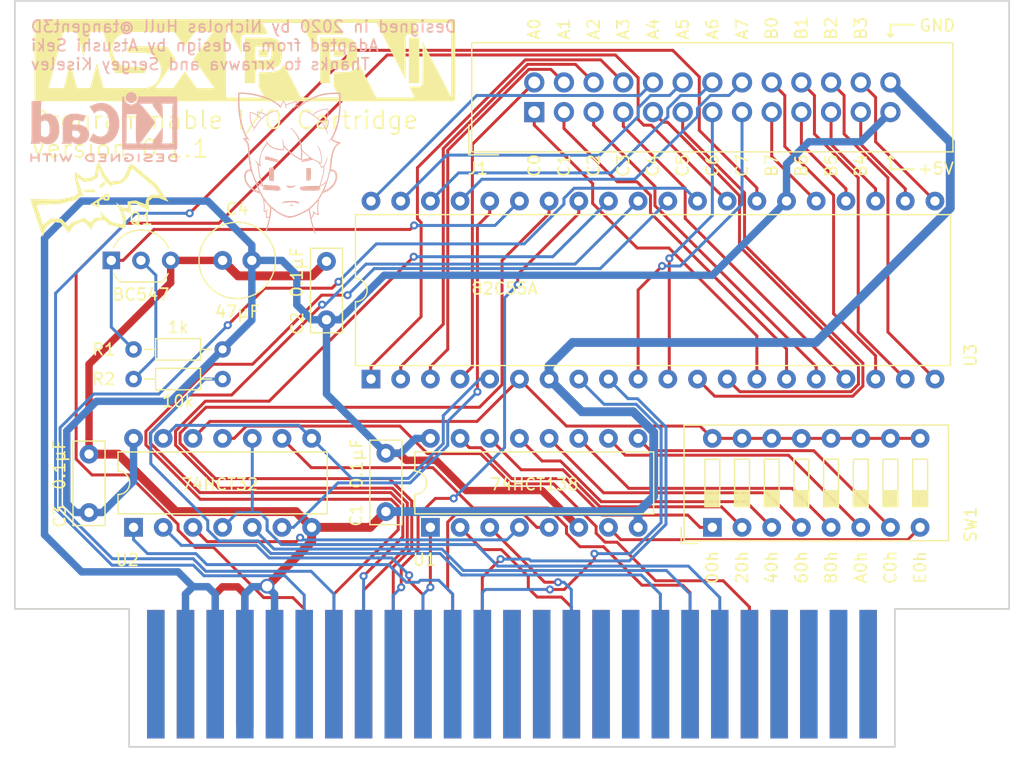
<source format=kicad_pcb>
(kicad_pcb (version 20171130) (host pcbnew "(5.1.5)-3")
  (layers (0 F.Cu mixed) (31 B.Cu mixed) (34 B.Paste user hide) (35 F.Paste user hide) (36 B.SilkS user) (37 F.SilkS user) (38 B.Mask user hide) (39 F.Mask user hide) (44 Edge.Cuts user))
  (net 0 "")
  (net 1 VCC)
  (net 2 GND)
  (net 3 "Net-(P1-Pad44)")
  (net 4 "Net-(Q1-Pad2)")
  (net 5 "Net-(Q1-Pad1)")
  (net 6 \RESET)
  (net 7 "Net-(SW1-Pad1)")
  (net 8 "Net-(SW1-Pad10)")
  (net 9 "Net-(SW1-Pad2)")
  (net 10 "Net-(SW1-Pad3)")
  (net 11 "Net-(SW1-Pad4)")
  (net 12 "Net-(SW1-Pad5)")
  (net 13 "Net-(SW1-Pad6)")
  (net 14 "Net-(SW1-Pad7)")
  (net 15 "Net-(SW1-Pad8)")
  (net 16 A5)
  (net 17 A6)
  (net 18 A7)
  (net 19 "Net-(U1-Pad4)")
  (net 20 A2)
  (net 21 A3)
  (net 22 "Net-(U2-Pad13)")
  (net 23 A4)
  (net 24 \RD)
  (net 25 \IORQ)
  (net 26 \BUSDIR)
  (net 27 \WR)
  (net 28 "Net-(U2-Pad6)")
  (net 29 A1)
  (net 30 A0)
  (net 31 PA0)
  (net 32 PC0)
  (net 33 PC1)
  (net 34 PA1)
  (net 35 PC2)
  (net 36 PA2)
  (net 37 PC3)
  (net 38 PA3)
  (net 39 PC4)
  (net 40 PA4)
  (net 41 PC5)
  (net 42 PA5)
  (net 43 PC6)
  (net 44 PA6)
  (net 45 PC7)
  (net 46 PA7)
  (net 47 PB3)
  (net 48 PB4)
  (net 49 PB5)
  (net 50 PB6)
  (net 51 PB7)
  (net 52 PB0)
  (net 53 PB1)
  (net 54 PB2)
  (net 55 D7)
  (net 56 D6)
  (net 57 D5)
  (net 58 D4)
  (net 59 D3)
  (net 60 D2)
  (net 61 D1)
  (net 62 D0)
  (net 63 "Net-(P1-Pad1)")
  (net 64 "Net-(P1-Pad3)")
  (net 65 "Net-(P1-Pad5)")
  (net 66 "Net-(P1-Pad7)")
  (net 67 "Net-(P1-Pad9)")
  (net 68 "Net-(P1-Pad17)")
  (net 69 "Net-(P1-Pad19)")
  (net 70 "Net-(P1-Pad23)")
  (net 71 "Net-(P1-Pad25)")
  (net 72 "Net-(P1-Pad49)")
  (net 73 "Net-(P1-Pad50)")
  (net 74 "Net-(P1-Pad48)")
  (net 75 "Net-(P1-Pad42)")
  (net 76 "Net-(P1-Pad26)")
  (net 77 "Net-(P1-Pad24)")
  (net 78 "Net-(P1-Pad20)")
  (net 79 "Net-(P1-Pad18)")
  (net 80 "Net-(P1-Pad16)")
  (net 81 "Net-(P1-Pad12)")
  (net 82 "Net-(P1-Pad2)")
  (net 83 "Net-(P1-Pad4)")
  (net 84 "Net-(P1-Pad6)")
  (net 85 "Net-(P1-Pad8)")
  (module Package_TO_SOT_THT:TO-92_Inline_Wide (layer F.Cu) (at 116.205 86.995)
    (fp_text reference Q1 (at 2.54 -3.56) (layer F.SilkS))
    (fp_text value BC547 (at 2.54 2.921) (layer F.SilkS))
    (pad 1 thru_hole rect (at 0 0 90) (size 1.5 1.5) (drill 0.8) (layers *.Cu *.Mask) (net 5 "Net-(Q1-Pad1)"))
    (pad 3 thru_hole circle (at 5.08 0 90) (size 1.5 1.5) (drill 0.8) (layers *.Cu *.Mask) (net 2 GND))
    (pad 2 thru_hole circle (at 2.54 0 90) (size 1.5 1.5) (drill 0.8) (layers *.Cu *.Mask) (net 4 "Net-(Q1-Pad2)"))
  )
  (module msx-ppi:lolbat (layer F.Cu) (at 115.189 81.788)
    (fp_text reference Bat hide)
    (fp_text value LOGO hide)
  )
  (module msx-ppi:tangent_0.5in (layer B.Cu) (at 131.445 78.74 180)
    (fp_text reference Tangent hide)
    (fp_text value LOGO hide)
  )
  (module Symbol:KiCad-Logo2_5mm_SilkScreen (layer B.Cu) (at 115.57 75.565 180)
    (fp_text reference REF** hide)
    (fp_text value KiCad-Logo2_5mm_SilkScreen hide)
  )
  (module msx-ppi:msx-ppi_logo_F.SilkS_1.425in (layer F.Cu) (at 127.635 69.85)
    (fp_text reference Logo hide)
    (fp_text value LOGO hide)
  )
  (module msx:msx_cartridge (layer F.Cu) (at 150.495 122.555)
    (fp_text reference P1)
    (fp_text value CONN_02X25)
    (pad 1 connect rect (at 30.48 -0.127) (size 1.5 11) (layers B.Cu B.Mask) (net 63 "Net-(P1-Pad1)"))
    (pad 3 connect rect (at 27.94 -0.127) (size 1.5 11) (layers B.Cu B.Mask) (net 64 "Net-(P1-Pad3)"))
    (pad 5 connect rect (at 25.4 -0.127) (size 1.5 11) (layers B.Cu B.Mask) (net 65 "Net-(P1-Pad5)"))
    (pad 7 connect rect (at 22.86 -0.127) (size 1.5 11) (layers B.Cu B.Mask) (net 66 "Net-(P1-Pad7)"))
    (pad 9 connect rect (at 20.32 -0.127) (size 1.5 11) (layers B.Cu B.Mask) (net 67 "Net-(P1-Pad9)"))
    (pad 11 connect rect (at 17.78 -0.127) (size 1.5 11) (layers B.Cu B.Mask) (net 25 \IORQ))
    (pad 13 connect rect (at 15.24 -0.127) (size 1.5 11) (layers B.Cu B.Mask) (net 27 \WR))
    (pad 15 connect rect (at 12.7 -0.127) (size 1.5 11) (layers B.Cu B.Mask) (net 6 \RESET))
    (pad 17 connect rect (at 10.16 -0.127) (size 1.5 11) (layers B.Cu B.Mask) (net 68 "Net-(P1-Pad17)"))
    (pad 19 connect rect (at 7.62 -0.127) (size 1.5 11) (layers B.Cu B.Mask) (net 69 "Net-(P1-Pad19)"))
    (pad 21 connect rect (at 5.08 -0.127) (size 1.5 11) (layers B.Cu B.Mask) (net 18 A7))
    (pad 23 connect rect (at 2.54 -0.127) (size 1.5 11) (layers B.Cu B.Mask) (net 70 "Net-(P1-Pad23)"))
    (pad 25 connect rect (at 0 -0.127) (size 1.5 11) (layers B.Cu B.Mask) (net 71 "Net-(P1-Pad25)"))
    (pad 27 connect rect (at -2.54 -0.127) (size 1.5 11) (layers B.Cu B.Mask) (net 29 A1))
    (pad 29 connect rect (at -5.08 -0.127) (size 1.5 11) (layers B.Cu B.Mask) (net 21 A3))
    (pad 31 connect rect (at -7.62 -0.127) (size 1.5 11) (layers B.Cu B.Mask) (net 16 A5))
    (pad 33 connect rect (at -10.16 -0.127) (size 1.5 11) (layers B.Cu B.Mask) (net 61 D1))
    (pad 35 connect rect (at -12.7 -0.127) (size 1.5 11) (layers B.Cu B.Mask) (net 59 D3))
    (pad 37 connect rect (at -15.24 -0.127) (size 1.5 11) (layers B.Cu B.Mask) (net 57 D5))
    (pad 39 connect rect (at -17.78 -0.127) (size 1.5 11) (layers B.Cu B.Mask) (net 55 D7))
    (pad 41 connect rect (at -20.32 -0.127) (size 1.5 11) (layers B.Cu B.Mask) (net 2 GND))
    (pad 43 connect rect (at -22.86 -0.127) (size 1.5 11) (layers B.Cu B.Mask) (net 2 GND))
    (pad 45 connect rect (at -25.4 -0.127) (size 1.5 11) (layers B.Cu B.Mask) (net 1 VCC))
    (pad 47 connect rect (at -27.94 -0.127) (size 1.5 11) (layers B.Cu B.Mask) (net 1 VCC))
    (pad 49 connect rect (at -30.48 -0.127) (size 1.5 11) (layers B.Cu B.Mask) (net 72 "Net-(P1-Pad49)"))
    (pad 50 connect rect (at -30.48 -0.127) (size 1.5 11) (layers F.Cu F.Mask) (net 73 "Net-(P1-Pad50)"))
    (pad 48 connect rect (at -27.94 -0.127) (size 1.5 11) (layers F.Cu F.Mask) (net 74 "Net-(P1-Pad48)"))
    (pad 46 connect rect (at -25.4 -0.127) (size 1.5 11) (layers F.Cu F.Mask) (net 3 "Net-(P1-Pad44)"))
    (pad 44 connect rect (at -22.86 -0.627) (size 1.5 10) (layers F.Cu F.Mask) (net 3 "Net-(P1-Pad44)"))
    (pad 42 connect rect (at -20.32 -0.127) (size 1.5 11) (layers F.Cu F.Mask) (net 75 "Net-(P1-Pad42)"))
    (pad 40 connect rect (at -17.78 -0.127) (size 1.5 11) (layers F.Cu F.Mask) (net 56 D6))
    (pad 38 connect rect (at -15.24 -0.127) (size 1.5 11) (layers F.Cu F.Mask) (net 58 D4))
    (pad 36 connect rect (at -12.7 -0.127) (size 1.5 11) (layers F.Cu F.Mask) (net 60 D2))
    (pad 34 connect rect (at -10.16 -0.127) (size 1.5 11) (layers F.Cu F.Mask) (net 62 D0))
    (pad 32 connect rect (at -7.62 -0.127) (size 1.5 11) (layers F.Cu F.Mask) (net 23 A4))
    (pad 30 connect rect (at -5.08 -0.127) (size 1.5 11) (layers F.Cu F.Mask) (net 20 A2))
    (pad 28 connect rect (at -2.54 -0.127) (size 1.5 11) (layers F.Cu F.Mask) (net 30 A0))
    (pad 26 connect rect (at 0 -0.127) (size 1.5 11) (layers F.Cu F.Mask) (net 76 "Net-(P1-Pad26)"))
    (pad 24 connect rect (at 2.54 -0.127) (size 1.5 11) (layers F.Cu F.Mask) (net 77 "Net-(P1-Pad24)"))
    (pad 22 connect rect (at 5.08 -0.127) (size 1.5 11) (layers F.Cu F.Mask) (net 17 A6))
    (pad 20 connect rect (at 7.62 -0.127) (size 1.5 11) (layers F.Cu F.Mask) (net 78 "Net-(P1-Pad20)"))
    (pad 18 connect rect (at 10.16 -0.127) (size 1.5 11) (layers F.Cu F.Mask) (net 79 "Net-(P1-Pad18)"))
    (pad 16 connect rect (at 12.7 -0.127) (size 1.5 11) (layers F.Cu F.Mask) (net 80 "Net-(P1-Pad16)"))
    (pad 14 connect rect (at 15.24 -0.127) (size 1.5 11) (layers F.Cu F.Mask) (net 24 \RD))
    (pad 12 connect rect (at 17.78 -0.127) (size 1.5 11) (layers F.Cu F.Mask) (net 81 "Net-(P1-Pad12)"))
    (pad 10 connect rect (at 20.32 -0.127) (size 1.5 11) (layers F.Cu F.Mask) (net 26 \BUSDIR))
    (pad 2 connect rect (at 30.48 -0.127) (size 1.5 11) (layers F.Cu F.Mask) (net 82 "Net-(P1-Pad2)"))
    (pad 4 connect rect (at 27.94 -0.127) (size 1.5 11) (layers F.Cu F.Mask) (net 83 "Net-(P1-Pad4)"))
    (pad 6 connect rect (at 25.4 -0.127) (size 1.5 11) (layers F.Cu F.Mask) (net 84 "Net-(P1-Pad6)"))
    (pad 8 connect rect (at 22.86 -0.127) (size 1.5 11) (layers F.Cu F.Mask) (net 85 "Net-(P1-Pad8)"))
  )
  (module Package_DIP:DIP-14_W7.62mm (layer F.Cu) (at 118.11 109.855 90)
    (fp_text reference U2 (at -2.794 -0.5334 180) (layer F.SilkS))
    (fp_text value 74HCT32 (at 3.683 7.366 180) (layer F.SilkS))
    (pad 1 thru_hole rect (at 0 0 90) (size 1.6 1.6) (drill 0.8) (layers *.Cu *.Mask) (net 21 A3))
    (pad 8 thru_hole oval (at 7.62 15.24 90) (size 1.6 1.6) (drill 0.8) (layers *.Cu *.Mask) (net 22 "Net-(U2-Pad13)"))
    (pad 2 thru_hole oval (at 0 2.54 90) (size 1.6 1.6) (drill 0.8) (layers *.Cu *.Mask) (net 23 A4))
    (pad 9 thru_hole oval (at 7.62 12.7 90) (size 1.6 1.6) (drill 0.8) (layers *.Cu *.Mask) (net 24 \RD))
    (pad 3 thru_hole oval (at 0 5.08 90) (size 1.6 1.6) (drill 0.8) (layers *.Cu *.Mask) (net 19 "Net-(U1-Pad4)"))
    (pad 10 thru_hole oval (at 7.62 10.16 90) (size 1.6 1.6) (drill 0.8) (layers *.Cu *.Mask) (net 25 \IORQ))
    (pad 4 thru_hole oval (at 0 7.62 90) (size 1.6 1.6) (drill 0.8) (layers *.Cu *.Mask) (net 25 \IORQ))
    (pad 11 thru_hole oval (at 7.62 7.62 90) (size 1.6 1.6) (drill 0.8) (layers *.Cu *.Mask) (net 26 \BUSDIR))
    (pad 5 thru_hole oval (at 0 10.16 90) (size 1.6 1.6) (drill 0.8) (layers *.Cu *.Mask) (net 27 \WR))
    (pad 12 thru_hole oval (at 7.62 5.08 90) (size 1.6 1.6) (drill 0.8) (layers *.Cu *.Mask) (net 8 "Net-(SW1-Pad10)"))
    (pad 6 thru_hole oval (at 0 12.7 90) (size 1.6 1.6) (drill 0.8) (layers *.Cu *.Mask) (net 28 "Net-(U2-Pad6)"))
    (pad 13 thru_hole oval (at 7.62 2.54 90) (size 1.6 1.6) (drill 0.8) (layers *.Cu *.Mask) (net 22 "Net-(U2-Pad13)"))
    (pad 7 thru_hole oval (at 0 15.24 90) (size 1.6 1.6) (drill 0.8) (layers *.Cu *.Mask) (net 2 GND))
    (pad 14 thru_hole oval (at 7.62 0 90) (size 1.6 1.6) (drill 0.8) (layers *.Cu *.Mask) (net 1 VCC))
  )
  (module Package_DIP:DIP-40_W15.24mm (layer F.Cu) (at 138.43 97.155 90)
    (fp_text reference U3 (at 2.032 51.308 90) (layer F.SilkS))
    (fp_text value 82C55A (at 7.747 11.43 180) (layer F.SilkS))
    (pad 40 thru_hole oval (at 15.24 0 90) (size 1.6 1.6) (drill 0.8) (layers *.Cu *.Mask) (net 40 PA4))
    (pad 20 thru_hole oval (at 0 48.26 90) (size 1.6 1.6) (drill 0.8) (layers *.Cu *.Mask) (net 54 PB2))
    (pad 39 thru_hole oval (at 15.24 2.54 90) (size 1.6 1.6) (drill 0.8) (layers *.Cu *.Mask) (net 42 PA5))
    (pad 19 thru_hole oval (at 0 45.72 90) (size 1.6 1.6) (drill 0.8) (layers *.Cu *.Mask) (net 53 PB1))
    (pad 38 thru_hole oval (at 15.24 5.08 90) (size 1.6 1.6) (drill 0.8) (layers *.Cu *.Mask) (net 44 PA6))
    (pad 18 thru_hole oval (at 0 43.18 90) (size 1.6 1.6) (drill 0.8) (layers *.Cu *.Mask) (net 52 PB0))
    (pad 37 thru_hole oval (at 15.24 7.62 90) (size 1.6 1.6) (drill 0.8) (layers *.Cu *.Mask) (net 46 PA7))
    (pad 17 thru_hole oval (at 0 40.64 90) (size 1.6 1.6) (drill 0.8) (layers *.Cu *.Mask) (net 37 PC3))
    (pad 36 thru_hole oval (at 15.24 10.16 90) (size 1.6 1.6) (drill 0.8) (layers *.Cu *.Mask) (net 28 "Net-(U2-Pad6)"))
    (pad 16 thru_hole oval (at 0 38.1 90) (size 1.6 1.6) (drill 0.8) (layers *.Cu *.Mask) (net 35 PC2))
    (pad 35 thru_hole oval (at 15.24 12.7 90) (size 1.6 1.6) (drill 0.8) (layers *.Cu *.Mask) (net 5 "Net-(Q1-Pad1)"))
    (pad 15 thru_hole oval (at 0 35.56 90) (size 1.6 1.6) (drill 0.8) (layers *.Cu *.Mask) (net 33 PC1))
    (pad 34 thru_hole oval (at 15.24 15.24 90) (size 1.6 1.6) (drill 0.8) (layers *.Cu *.Mask) (net 62 D0))
    (pad 14 thru_hole oval (at 0 33.02 90) (size 1.6 1.6) (drill 0.8) (layers *.Cu *.Mask) (net 32 PC0))
    (pad 33 thru_hole oval (at 15.24 17.78 90) (size 1.6 1.6) (drill 0.8) (layers *.Cu *.Mask) (net 61 D1))
    (pad 13 thru_hole oval (at 0 30.48 90) (size 1.6 1.6) (drill 0.8) (layers *.Cu *.Mask) (net 39 PC4))
    (pad 32 thru_hole oval (at 15.24 20.32 90) (size 1.6 1.6) (drill 0.8) (layers *.Cu *.Mask) (net 60 D2))
    (pad 12 thru_hole oval (at 0 27.94 90) (size 1.6 1.6) (drill 0.8) (layers *.Cu *.Mask) (net 41 PC5))
    (pad 31 thru_hole oval (at 15.24 22.86 90) (size 1.6 1.6) (drill 0.8) (layers *.Cu *.Mask) (net 59 D3))
    (pad 11 thru_hole oval (at 0 25.4 90) (size 1.6 1.6) (drill 0.8) (layers *.Cu *.Mask) (net 43 PC6))
    (pad 30 thru_hole oval (at 15.24 25.4 90) (size 1.6 1.6) (drill 0.8) (layers *.Cu *.Mask) (net 58 D4))
    (pad 10 thru_hole oval (at 0 22.86 90) (size 1.6 1.6) (drill 0.8) (layers *.Cu *.Mask) (net 45 PC7))
    (pad 29 thru_hole oval (at 15.24 27.94 90) (size 1.6 1.6) (drill 0.8) (layers *.Cu *.Mask) (net 57 D5))
    (pad 9 thru_hole oval (at 0 20.32 90) (size 1.6 1.6) (drill 0.8) (layers *.Cu *.Mask) (net 30 A0))
    (pad 28 thru_hole oval (at 15.24 30.48 90) (size 1.6 1.6) (drill 0.8) (layers *.Cu *.Mask) (net 56 D6))
    (pad 8 thru_hole oval (at 0 17.78 90) (size 1.6 1.6) (drill 0.8) (layers *.Cu *.Mask) (net 29 A1))
    (pad 27 thru_hole oval (at 15.24 33.02 90) (size 1.6 1.6) (drill 0.8) (layers *.Cu *.Mask) (net 55 D7))
    (pad 7 thru_hole oval (at 0 15.24 90) (size 1.6 1.6) (drill 0.8) (layers *.Cu *.Mask) (net 2 GND))
    (pad 26 thru_hole oval (at 15.24 35.56 90) (size 1.6 1.6) (drill 0.8) (layers *.Cu *.Mask) (net 1 VCC))
    (pad 6 thru_hole oval (at 0 12.7 90) (size 1.6 1.6) (drill 0.8) (layers *.Cu *.Mask) (net 8 "Net-(SW1-Pad10)"))
    (pad 25 thru_hole oval (at 15.24 38.1 90) (size 1.6 1.6) (drill 0.8) (layers *.Cu *.Mask) (net 51 PB7))
    (pad 5 thru_hole oval (at 0 10.16 90) (size 1.6 1.6) (drill 0.8) (layers *.Cu *.Mask) (net 22 "Net-(U2-Pad13)"))
    (pad 24 thru_hole oval (at 15.24 40.64 90) (size 1.6 1.6) (drill 0.8) (layers *.Cu *.Mask) (net 50 PB6))
    (pad 4 thru_hole oval (at 0 7.62 90) (size 1.6 1.6) (drill 0.8) (layers *.Cu *.Mask) (net 31 PA0))
    (pad 23 thru_hole oval (at 15.24 43.18 90) (size 1.6 1.6) (drill 0.8) (layers *.Cu *.Mask) (net 49 PB5))
    (pad 3 thru_hole oval (at 0 5.08 90) (size 1.6 1.6) (drill 0.8) (layers *.Cu *.Mask) (net 34 PA1))
    (pad 22 thru_hole oval (at 15.24 45.72 90) (size 1.6 1.6) (drill 0.8) (layers *.Cu *.Mask) (net 48 PB4))
    (pad 2 thru_hole oval (at 0 2.54 90) (size 1.6 1.6) (drill 0.8) (layers *.Cu *.Mask) (net 36 PA2))
    (pad 21 thru_hole oval (at 15.24 48.26 90) (size 1.6 1.6) (drill 0.8) (layers *.Cu *.Mask) (net 47 PB3))
    (pad 1 thru_hole rect (at 0 0 90) (size 1.6 1.6) (drill 0.8) (layers *.Cu *.Mask) (net 38 PA3))
  )
  (module Capacitor_THT:C_Disc_D7.0mm_W2.5mm_P5.00mm (layer F.Cu) (at 139.7 103.505 270)
    (fp_text reference C1 (at 5.3086 2.54 90) (layer F.SilkS))
    (fp_text value 0.1μF (at 0.889 2.5 90) (layer F.SilkS))
    (pad 1 thru_hole circle (at 0 0 270) (size 1.6 1.6) (drill 0.8) (layers *.Cu *.Mask) (net 1 VCC))
    (pad 2 thru_hole circle (at 5 0 270) (size 1.6 1.6) (drill 0.8) (layers *.Cu *.Mask) (net 2 GND))
  )
  (module Capacitor_THT:C_Disc_D7.0mm_W2.5mm_P5.00mm (layer F.Cu) (at 114.3 108.585 90)
    (fp_text reference C3 (at -0.3302 -2.5 90) (layer F.SilkS))
    (fp_text value 0.1μF (at 4.0894 -2.54 90) (layer F.SilkS))
    (pad 2 thru_hole circle (at 5 0 90) (size 1.6 1.6) (drill 0.8) (layers *.Cu *.Mask) (net 2 GND))
    (pad 1 thru_hole circle (at 0 0 90) (size 1.6 1.6) (drill 0.8) (layers *.Cu *.Mask) (net 1 VCC))
  )
  (module Capacitor_THT:C_Disc_D7.0mm_W2.5mm_P5.00mm (layer F.Cu) (at 134.62 92.075 90)
    (fp_text reference C2 (at -0.3175 -2.5 90) (layer F.SilkS))
    (fp_text value 0.1μF (at 4.064 -2.54 90) (layer F.SilkS))
    (pad 2 thru_hole circle (at 5 0 90) (size 1.6 1.6) (drill 0.8) (layers *.Cu *.Mask) (net 2 GND))
    (pad 1 thru_hole circle (at 0 0 90) (size 1.6 1.6) (drill 0.8) (layers *.Cu *.Mask) (net 1 VCC))
  )
  (module Capacitor_THT:C_Radial_D6.3mm_H11.0mm_P2.50mm (layer F.Cu) (at 125.73 86.995)
    (fp_text reference C4 (at 1.25 -4.4) (layer F.SilkS))
    (fp_text value 47μF (at 1.25 4.4) (layer F.SilkS))
    (pad 2 thru_hole circle (at 2.5 0) (size 1.6 1.6) (drill 0.8) (layers *.Cu *.Mask) (net 1 VCC))
    (pad 1 thru_hole circle (at 0 0) (size 1.6 1.6) (drill 0.8) (layers *.Cu *.Mask) (net 2 GND))
  )
  (module Resistor_THT:R_Axial_DIN0204_L3.6mm_D1.6mm_P7.62mm_Horizontal (layer F.Cu) (at 118.11 97.155)
    (fp_text reference R1 (at -2.54 -2.54 180) (layer F.SilkS))
    (fp_text value 10k (at 3.81 1.905 180) (layer F.SilkS))
    (pad 1 thru_hole circle (at 0 0) (size 1.4 1.4) (drill 0.7) (layers *.Cu *.Mask) (net 4 "Net-(Q1-Pad2)"))
    (pad 2 thru_hole oval (at 7.62 0) (size 1.4 1.4) (drill 0.7) (layers *.Cu *.Mask) (net 6 \RESET))
  )
  (module Resistor_THT:R_Axial_DIN0204_L3.6mm_D1.6mm_P7.62mm_Horizontal (layer F.Cu) (at 125.73 94.615 180)
    (fp_text reference R2 (at 10.16 -2.54 180) (layer F.SilkS))
    (fp_text value 1k (at 3.81 1.905 180) (layer F.SilkS))
    (pad 2 thru_hole oval (at 7.62 0 180) (size 1.4 1.4) (drill 0.7) (layers *.Cu *.Mask) (net 5 "Net-(Q1-Pad1)"))
    (pad 1 thru_hole circle (at 0 0 180) (size 1.4 1.4) (drill 0.7) (layers *.Cu *.Mask) (net 1 VCC))
  )
  (module Button_Switch_THT:SW_DIP_SPSTx08_Slide_9.78x22.5mm_W7.62mm_P2.54mm (layer F.Cu) (at 167.64 109.855 90)
    (fp_text reference SW1 (at 0.254 22.098 270) (layer F.SilkS))
    (fp_text value DIPx8)
    (pad 16 thru_hole oval (at 7.62 0 90) (size 1.6 1.6) (drill 0.8) (layers *.Cu *.Mask) (net 8 "Net-(SW1-Pad10)"))
    (pad 8 thru_hole oval (at 0 17.78 90) (size 1.6 1.6) (drill 0.8) (layers *.Cu *.Mask) (net 15 "Net-(SW1-Pad8)"))
    (pad 15 thru_hole oval (at 7.62 2.54 90) (size 1.6 1.6) (drill 0.8) (layers *.Cu *.Mask) (net 8 "Net-(SW1-Pad10)"))
    (pad 7 thru_hole oval (at 0 15.24 90) (size 1.6 1.6) (drill 0.8) (layers *.Cu *.Mask) (net 14 "Net-(SW1-Pad7)"))
    (pad 14 thru_hole oval (at 7.62 5.08 90) (size 1.6 1.6) (drill 0.8) (layers *.Cu *.Mask) (net 8 "Net-(SW1-Pad10)"))
    (pad 6 thru_hole oval (at 0 12.7 90) (size 1.6 1.6) (drill 0.8) (layers *.Cu *.Mask) (net 13 "Net-(SW1-Pad6)"))
    (pad 13 thru_hole oval (at 7.62 7.62 90) (size 1.6 1.6) (drill 0.8) (layers *.Cu *.Mask) (net 8 "Net-(SW1-Pad10)"))
    (pad 5 thru_hole oval (at 0 10.16 90) (size 1.6 1.6) (drill 0.8) (layers *.Cu *.Mask) (net 12 "Net-(SW1-Pad5)"))
    (pad 12 thru_hole oval (at 7.62 10.16 90) (size 1.6 1.6) (drill 0.8) (layers *.Cu *.Mask) (net 8 "Net-(SW1-Pad10)"))
    (pad 4 thru_hole oval (at 0 7.62 90) (size 1.6 1.6) (drill 0.8) (layers *.Cu *.Mask) (net 11 "Net-(SW1-Pad4)"))
    (pad 11 thru_hole oval (at 7.62 12.7 90) (size 1.6 1.6) (drill 0.8) (layers *.Cu *.Mask) (net 8 "Net-(SW1-Pad10)"))
    (pad 3 thru_hole oval (at 0 5.08 90) (size 1.6 1.6) (drill 0.8) (layers *.Cu *.Mask) (net 10 "Net-(SW1-Pad3)"))
    (pad 10 thru_hole oval (at 7.62 15.24 90) (size 1.6 1.6) (drill 0.8) (layers *.Cu *.Mask) (net 8 "Net-(SW1-Pad10)"))
    (pad 2 thru_hole oval (at 0 2.54 90) (size 1.6 1.6) (drill 0.8) (layers *.Cu *.Mask) (net 9 "Net-(SW1-Pad2)"))
    (pad 9 thru_hole oval (at 7.62 17.78 90) (size 1.6 1.6) (drill 0.8) (layers *.Cu *.Mask) (net 8 "Net-(SW1-Pad10)"))
    (pad 1 thru_hole rect (at 0 0 90) (size 1.6 1.6) (drill 0.8) (layers *.Cu *.Mask) (net 7 "Net-(SW1-Pad1)"))
  )
  (module Package_DIP:DIP-16_W7.62mm (layer F.Cu) (at 143.51 109.855 90)
    (fp_text reference U1 (at -2.7686 -0.508 180) (layer F.SilkS))
    (fp_text value 74HCT138 (at 3.683 8.89 180) (layer F.SilkS))
    (pad 1 thru_hole rect (at 0 0 90) (size 1.6 1.6) (drill 0.8) (layers *.Cu *.Mask) (net 16 A5))
    (pad 9 thru_hole oval (at 7.62 17.78 90) (size 1.6 1.6) (drill 0.8) (layers *.Cu *.Mask) (net 14 "Net-(SW1-Pad7)"))
    (pad 2 thru_hole oval (at 0 2.54 90) (size 1.6 1.6) (drill 0.8) (layers *.Cu *.Mask) (net 17 A6))
    (pad 10 thru_hole oval (at 7.62 15.24 90) (size 1.6 1.6) (drill 0.8) (layers *.Cu *.Mask) (net 13 "Net-(SW1-Pad6)"))
    (pad 3 thru_hole oval (at 0 5.08 90) (size 1.6 1.6) (drill 0.8) (layers *.Cu *.Mask) (net 18 A7))
    (pad 11 thru_hole oval (at 7.62 12.7 90) (size 1.6 1.6) (drill 0.8) (layers *.Cu *.Mask) (net 12 "Net-(SW1-Pad5)"))
    (pad 4 thru_hole oval (at 0 7.62 90) (size 1.6 1.6) (drill 0.8) (layers *.Cu *.Mask) (net 19 "Net-(U1-Pad4)"))
    (pad 12 thru_hole oval (at 7.62 10.16 90) (size 1.6 1.6) (drill 0.8) (layers *.Cu *.Mask) (net 11 "Net-(SW1-Pad4)"))
    (pad 5 thru_hole oval (at 0 10.16 90) (size 1.6 1.6) (drill 0.8) (layers *.Cu *.Mask) (net 20 A2))
    (pad 13 thru_hole oval (at 7.62 7.62 90) (size 1.6 1.6) (drill 0.8) (layers *.Cu *.Mask) (net 10 "Net-(SW1-Pad3)"))
    (pad 6 thru_hole oval (at 0 12.7 90) (size 1.6 1.6) (drill 0.8) (layers *.Cu *.Mask) (net 1 VCC))
    (pad 14 thru_hole oval (at 7.62 5.08 90) (size 1.6 1.6) (drill 0.8) (layers *.Cu *.Mask) (net 9 "Net-(SW1-Pad2)"))
    (pad 7 thru_hole oval (at 0 15.24 90) (size 1.6 1.6) (drill 0.8) (layers *.Cu *.Mask) (net 15 "Net-(SW1-Pad8)"))
    (pad 15 thru_hole oval (at 7.62 2.54 90) (size 1.6 1.6) (drill 0.8) (layers *.Cu *.Mask) (net 7 "Net-(SW1-Pad1)"))
    (pad 8 thru_hole oval (at 0 17.78 90) (size 1.6 1.6) (drill 0.8) (layers *.Cu *.Mask) (net 2 GND))
    (pad 16 thru_hole oval (at 7.62 0 90) (size 1.6 1.6) (drill 0.8) (layers *.Cu *.Mask) (net 1 VCC))
  )
  (module Connector_IDC:IDC-Header_2x13_P2.54mm_Vertical (layer F.Cu) (at 152.4 74.295 90)
    (fp_text reference J1 (at -4.826 -4.826 180) (layer F.SilkS))
    (fp_text value Conn_02x13_Odd_Even)
    (pad 26 thru_hole oval (at 2.54 30.48 90) (size 1.7272 1.7272) (drill 1.016) (layers *.Cu *.Mask) (net 2 GND))
    (pad 25 thru_hole oval (at 0 30.48 90) (size 1.7272 1.7272) (drill 1.016) (layers *.Cu *.Mask) (net 1 VCC))
    (pad 24 thru_hole oval (at 2.54 27.94 90) (size 1.7272 1.7272) (drill 1.016) (layers *.Cu *.Mask) (net 47 PB3))
    (pad 23 thru_hole oval (at 0 27.94 90) (size 1.7272 1.7272) (drill 1.016) (layers *.Cu *.Mask) (net 48 PB4))
    (pad 22 thru_hole oval (at 2.54 25.4 90) (size 1.7272 1.7272) (drill 1.016) (layers *.Cu *.Mask) (net 54 PB2))
    (pad 21 thru_hole oval (at 0 25.4 90) (size 1.7272 1.7272) (drill 1.016) (layers *.Cu *.Mask) (net 49 PB5))
    (pad 20 thru_hole oval (at 2.54 22.86 90) (size 1.7272 1.7272) (drill 1.016) (layers *.Cu *.Mask) (net 53 PB1))
    (pad 19 thru_hole oval (at 0 22.86 90) (size 1.7272 1.7272) (drill 1.016) (layers *.Cu *.Mask) (net 50 PB6))
    (pad 18 thru_hole oval (at 2.54 20.32 90) (size 1.7272 1.7272) (drill 1.016) (layers *.Cu *.Mask) (net 52 PB0))
    (pad 17 thru_hole oval (at 0 20.32 90) (size 1.7272 1.7272) (drill 1.016) (layers *.Cu *.Mask) (net 51 PB7))
    (pad 16 thru_hole oval (at 2.54 17.78 90) (size 1.7272 1.7272) (drill 1.016) (layers *.Cu *.Mask) (net 46 PA7))
    (pad 15 thru_hole oval (at 0 17.78 90) (size 1.7272 1.7272) (drill 1.016) (layers *.Cu *.Mask) (net 45 PC7))
    (pad 14 thru_hole oval (at 2.54 15.24 90) (size 1.7272 1.7272) (drill 1.016) (layers *.Cu *.Mask) (net 44 PA6))
    (pad 13 thru_hole oval (at 0 15.24 90) (size 1.7272 1.7272) (drill 1.016) (layers *.Cu *.Mask) (net 43 PC6))
    (pad 12 thru_hole oval (at 2.54 12.7 90) (size 1.7272 1.7272) (drill 1.016) (layers *.Cu *.Mask) (net 42 PA5))
    (pad 11 thru_hole oval (at 0 12.7 90) (size 1.7272 1.7272) (drill 1.016) (layers *.Cu *.Mask) (net 41 PC5))
    (pad 10 thru_hole oval (at 2.54 10.16 90) (size 1.7272 1.7272) (drill 1.016) (layers *.Cu *.Mask) (net 40 PA4))
    (pad 9 thru_hole oval (at 0 10.16 90) (size 1.7272 1.7272) (drill 1.016) (layers *.Cu *.Mask) (net 39 PC4))
    (pad 8 thru_hole oval (at 2.54 7.62 90) (size 1.7272 1.7272) (drill 1.016) (layers *.Cu *.Mask) (net 38 PA3))
    (pad 7 thru_hole oval (at 0 7.62 90) (size 1.7272 1.7272) (drill 1.016) (layers *.Cu *.Mask) (net 37 PC3))
    (pad 6 thru_hole oval (at 2.54 5.08 90) (size 1.7272 1.7272) (drill 1.016) (layers *.Cu *.Mask) (net 36 PA2))
    (pad 5 thru_hole oval (at 0 5.08 90) (size 1.7272 1.7272) (drill 1.016) (layers *.Cu *.Mask) (net 35 PC2))
    (pad 4 thru_hole oval (at 2.54 2.54 90) (size 1.7272 1.7272) (drill 1.016) (layers *.Cu *.Mask) (net 34 PA1))
    (pad 3 thru_hole oval (at 0 2.54 90) (size 1.7272 1.7272) (drill 1.016) (layers *.Cu *.Mask) (net 33 PC1))
    (pad 2 thru_hole oval (at 2.54 0 90) (size 1.7272 1.7272) (drill 1.016) (layers *.Cu *.Mask) (net 31 PA0))
    (pad 1 thru_hole rect (at 0 0 90) (size 1.7272 1.7272) (drill 1.016) (layers *.Cu *.Mask) (net 32 PC0))
  )
  (gr_text "Designed in 2020 by Nicholas Hull @tangent3D\nAdapted from a design by Atsushi Seki\nThanks to xrrawva and Sergey Kiselev" (at 109.22 68.58) (layer B.SilkS) (effects (font (size 1 1)) (justify right mirror)))
  (gr_line (start 182.88 66.802) (end 182.88 67.8688) (layer F.SilkS) (width 0.15))
  (gr_line (start 182.88 78.0542) (end 182.88 79.1972) (layer F.SilkS) (width 0.15))
  (gr_line (start 183.134 78.3082) (end 182.88 78.0542) (layer F.SilkS) (width 0.15))
  (gr_line (start 182.626 78.3082) (end 182.88 78.0542) (layer F.SilkS) (width 0.15))
  (gr_line (start 182.88 78.0542) (end 182.626 78.3082) (layer F.SilkS) (width 0.15))
  (gr_line (start 184.912 79.1972) (end 182.88 79.1972) (layer F.SilkS) (width 0.15))
  (gr_line (start 183.134 67.6148) (end 182.88 67.8688) (layer F.SilkS) (width 0.15))
  (gr_line (start 182.626 67.6148) (end 182.88 67.8688) (layer F.SilkS) (width 0.15))
  (gr_line (start 182.88 67.8688) (end 182.626 67.6148) (layer F.SilkS) (width 0.15))
  (gr_line (start 184.912 66.802) (end 182.88 66.802) (layer F.SilkS) (width 0.15))
  (gr_text GND (at 186.8932 66.8782) (layer F.SilkS) (effects (font (size 1 1))))
  (gr_text B3 (at 180.34 67.111572 90) (layer F.SilkS) (effects (font (size 1 1))))
  (gr_text B2 (at 177.8 67.111572 90) (layer F.SilkS) (effects (font (size 1 1))))
  (gr_text B1 (at 175.26 67.111572 90) (layer F.SilkS) (effects (font (size 1 1))))
  (gr_text B0 (at 172.72 67.111572 90) (layer F.SilkS) (effects (font (size 1 1))))
  (gr_text A7 (at 170.18 67.183 90) (layer F.SilkS) (effects (font (size 1 1))))
  (gr_text A6 (at 167.64 67.183 90) (layer F.SilkS) (effects (font (size 1 1))))
  (gr_text A5 (at 165.1 67.183 90) (layer F.SilkS) (effects (font (size 1 1))))
  (gr_text A4 (at 162.56 67.183 90) (layer F.SilkS) (effects (font (size 1 1))))
  (gr_text A3 (at 160.02 67.183 90) (layer F.SilkS) (effects (font (size 1 1))))
  (gr_text A2 (at 157.48 67.183 90) (layer F.SilkS) (effects (font (size 1 1))))
  (gr_text A1 (at 154.94 67.183 90) (layer F.SilkS) (effects (font (size 1 1))))
  (gr_text A0 (at 152.4 67.183 90) (layer F.SilkS) (effects (font (size 1 1))))
  (gr_text +5V (at 186.7789 79.1337) (layer F.SilkS) (effects (font (size 1 1))))
  (gr_text B4 (at 180.34 78.867 90) (layer F.SilkS) (effects (font (size 1 1))))
  (gr_text B5 (at 177.8 78.867 90) (layer F.SilkS) (effects (font (size 1 1))))
  (gr_text B6 (at 175.26 78.867 90) (layer F.SilkS) (effects (font (size 1 1))))
  (gr_text B7 (at 172.72 78.867 90) (layer F.SilkS) (effects (font (size 1 1))))
  (gr_text C7 (at 170.18 78.867 90) (layer F.SilkS) (effects (font (size 1 1))))
  (gr_text C6 (at 167.64 78.867 90) (layer F.SilkS) (effects (font (size 1 1))))
  (gr_text C5 (at 165.1 78.867 90) (layer F.SilkS) (effects (font (size 1 1))))
  (gr_text C4 (at 162.56 78.867 90) (layer F.SilkS) (effects (font (size 1 1))))
  (gr_text C3 (at 160.02 78.867 90) (layer F.SilkS) (effects (font (size 1 1))))
  (gr_text C2 (at 157.48 78.867 90) (layer F.SilkS) (effects (font (size 1 1))))
  (gr_text C1 (at 154.94 78.867 90) (layer F.SilkS) (effects (font (size 1 1))))
  (gr_text C0 (at 152.4 78.867 90) (layer F.SilkS) (effects (font (size 1 1))))
  (gr_text C0h (at 182.88 113.284 90) (layer F.SilkS) (effects (font (size 1 1))))
  (gr_text A0h (at 180.34 113.284 90) (layer F.SilkS) (effects (font (size 1 1))))
  (gr_text 80h (at 177.8 113.284 90) (layer F.SilkS) (effects (font (size 1 1))))
  (gr_text 40h (at 172.72 113.284 90) (layer F.SilkS) (effects (font (size 1 1))))
  (gr_text 20h (at 170.18 113.284 90) (layer F.SilkS) (effects (font (size 1 1))))
  (gr_text 00h (at 167.64 113.284 90) (layer F.SilkS) (effects (font (size 1 1))))
  (gr_text E0h (at 185.42 113.284 90) (layer F.SilkS) (effects (font (size 1 1))))
  (gr_text 60h (at 175.26 113.284 90) (layer F.SilkS) (effects (font (size 1 1))))
  (gr_text "Programmable I/O Cartridge\nVersion 0.1.1\n" (at 109.22 76.2) (layer F.SilkS) (effects (font (size 1.524 1.524)) (justify left)))
  (gr_line (start 193.04 116.84) (end 183.261 116.84) (angle 90) (layer Edge.Cuts) (width 0.15))
  (gr_line (start 193.04 116.84) (end 193.04 64.77) (angle 90) (layer Edge.Cuts) (width 0.15))
  (gr_line (start 183.007 128.651) (end 117.983 128.651) (angle 90) (layer Edge.Cuts) (width 0.15))
  (gr_line (start 117.729 116.84) (end 107.95 116.84) (angle 90) (layer Edge.Cuts) (width 0.15))
  (gr_line (start 117.729 128.651) (end 117.983 128.651) (angle 90) (layer Edge.Cuts) (width 0.15))
  (gr_line (start 107.95 116.84) (end 107.95 64.77) (angle 90) (layer Edge.Cuts) (width 0.15))
  (gr_line (start 107.95 64.77) (end 193.04 64.77) (angle 90) (layer Edge.Cuts) (width 0.15))
  (gr_line (start 183.261 116.84) (end 183.261 128.651) (angle 90) (layer Edge.Cuts) (width 0.15))
  (gr_line (start 117.729 128.651) (end 117.729 116.84) (angle 90) (layer Edge.Cuts) (width 0.15))
  (gr_line (start 183.261 128.651) (end 183.007 128.651) (angle 90) (layer Edge.Cuts) (width 0.15))
  (segment (start 156.21 109.855) (end 153.0596 106.7046) (width 0.635) (layer F.Cu) (net 1))
  (segment (start 153.0596 106.7046) (end 146.5751 106.7046) (width 0.635) (layer F.Cu) (net 1))
  (segment (start 146.5751 106.7046) (end 143.9801 104.1096) (width 0.635) (layer F.Cu) (net 1))
  (segment (start 128.27 86.995) (end 130.81 86.995) (width 0.635) (layer B.Cu) (net 1))
  (segment (start 130.81 86.995) (end 132.08 88.265) (width 0.635) (layer B.Cu) (net 1))
  (segment (start 132.08 88.265) (end 132.08 90.805) (width 0.635) (layer B.Cu) (net 1))
  (segment (start 132.08 90.805) (end 133.35 92.075) (width 0.635) (layer B.Cu) (net 1))
  (segment (start 133.35 92.075) (end 134.62 92.075) (width 0.635) (layer B.Cu) (net 1))
  (segment (start 128.23 86.995) (end 128.27 86.995) (width 0.635) (layer B.Cu) (net 1))
  (segment (start 173.99 81.915) (end 173.99 78.74) (width 0.635) (layer B.Cu) (net 1))
  (segment (start 173.99 78.74) (end 175.895 76.835) (width 0.635) (layer B.Cu) (net 1))
  (segment (start 175.895 76.835) (end 180.34 76.835) (width 0.635) (layer B.Cu) (net 1))
  (segment (start 180.34 76.835) (end 182.88 74.295) (width 0.635) (layer B.Cu) (net 1))
  (segment (start 134.62 92.075) (end 135.751 92.075) (width 0.635) (layer B.Cu) (net 1))
  (segment (start 135.751 92.075) (end 139.561 88.265) (width 0.635) (layer B.Cu) (net 1))
  (segment (start 139.561 88.265) (end 167.64 88.265) (width 0.635) (layer B.Cu) (net 1))
  (segment (start 167.64 88.265) (end 173.99 81.915) (width 0.635) (layer B.Cu) (net 1))
  (segment (start 114.3 108.585) (end 115.431 108.585) (width 0.635) (layer B.Cu) (net 1))
  (segment (start 115.431 108.585) (end 118.11 105.906) (width 0.635) (layer B.Cu) (net 1))
  (segment (start 118.11 105.906) (end 118.11 102.235) (width 0.635) (layer B.Cu) (net 1))
  (segment (start 123.19 114.935) (end 121.92 113.665) (width 0.635) (layer B.Cu) (net 1))
  (segment (start 121.92 113.665) (end 113.665 113.665) (width 0.635) (layer B.Cu) (net 1))
  (segment (start 113.665 113.665) (end 110.49 110.49) (width 0.635) (layer B.Cu) (net 1))
  (segment (start 110.49 110.49) (end 110.49 85.09) (width 0.635) (layer B.Cu) (net 1))
  (segment (start 110.49 85.09) (end 113.665 81.915) (width 0.635) (layer B.Cu) (net 1))
  (segment (start 113.665 81.915) (end 124.46 81.915) (width 0.635) (layer B.Cu) (net 1))
  (segment (start 124.46 81.915) (end 128.23 85.685) (width 0.635) (layer B.Cu) (net 1))
  (segment (start 128.23 85.685) (end 128.23 86.995) (width 0.635) (layer B.Cu) (net 1))
  (segment (start 128.23 86.995) (end 128.27 86.995) (width 0.635) (layer B.Cu) (net 1))
  (segment (start 125.095 122.428) (end 125.095 115.57) (width 0.635) (layer B.Cu) (net 1))
  (segment (start 125.095 115.57) (end 124.46 114.935) (width 0.635) (layer B.Cu) (net 1))
  (segment (start 124.46 114.935) (end 123.19 114.935) (width 0.635) (layer B.Cu) (net 1))
  (segment (start 134.62 92.075) (end 134.62 98.425) (width 0.635) (layer B.Cu) (net 1))
  (segment (start 134.62 98.425) (end 139.7 103.505) (width 0.635) (layer B.Cu) (net 1))
  (segment (start 139.7 103.505) (end 140.97 103.505) (width 0.635) (layer B.Cu) (net 1))
  (segment (start 140.97 103.505) (end 142.24 102.235) (width 0.635) (layer B.Cu) (net 1))
  (segment (start 142.24 102.235) (end 143.51 102.235) (width 0.635) (layer B.Cu) (net 1))
  (segment (start 128.23 86.995) (end 128.23 92.115) (width 0.635) (layer B.Cu) (net 1))
  (segment (start 128.23 92.115) (end 125.73 94.615) (width 0.635) (layer B.Cu) (net 1))
  (segment (start 122.555 122.428) (end 122.555 115.57) (width 0.635) (layer B.Cu) (net 1))
  (segment (start 122.555 115.57) (end 123.19 114.935) (width 0.635) (layer B.Cu) (net 1))
  (segment (start 114.3 108.585) (end 113.169 108.585) (width 0.635) (layer B.Cu) (net 1))
  (segment (start 113.169 108.585) (end 112.395 107.811) (width 0.635) (layer B.Cu) (net 1))
  (segment (start 112.395 107.811) (end 112.395 101.6) (width 0.635) (layer B.Cu) (net 1))
  (segment (start 112.395 101.6) (end 114.935 99.06) (width 0.635) (layer B.Cu) (net 1))
  (segment (start 114.935 99.06) (end 121.285 99.06) (width 0.635) (layer B.Cu) (net 1))
  (segment (start 121.285 99.06) (end 125.73 94.615) (width 0.635) (layer B.Cu) (net 1))
  (segment (start 140.83137 103.505) (end 139.7 103.505) (width 0.635) (layer F.Cu) (net 1))
  (segment (start 141.43597 104.1096) (end 140.83137 103.505) (width 0.635) (layer F.Cu) (net 1))
  (segment (start 143.9801 104.1096) (end 141.43597 104.1096) (width 0.635) (layer F.Cu) (net 1))
  (segment (start 125.73 86.995) (end 127.0546 88.3196) (width 0.762) (layer F.Cu) (net 2))
  (segment (start 127.0546 88.3196) (end 133.3754 88.3196) (width 0.762) (layer F.Cu) (net 2))
  (segment (start 133.3754 88.3196) (end 134.62 87.075) (width 0.762) (layer F.Cu) (net 2))
  (segment (start 139.7 108.505) (end 161.2483 108.505) (width 0.762) (layer B.Cu) (net 2))
  (segment (start 161.2483 108.505) (end 161.29 108.5467) (width 0.762) (layer B.Cu) (net 2))
  (segment (start 161.29 109.855) (end 161.29 108.5467) (width 0.762) (layer B.Cu) (net 2))
  (segment (start 129.54 114.935) (end 128.27 114.935) (width 0.635) (layer B.Cu) (net 2))
  (segment (start 128.27 114.935) (end 127.635 115.57) (width 0.635) (layer B.Cu) (net 2))
  (segment (start 127.635 115.57) (end 127.635 122.428) (width 0.635) (layer B.Cu) (net 2))
  (segment (start 130.175 122.428) (end 130.175 115.57) (width 0.635) (layer B.Cu) (net 2))
  (segment (start 130.175 115.57) (end 129.54 114.935) (width 0.635) (layer B.Cu) (net 2))
  (via (at 129.54 114.8882) (size 1.27) (drill 0.889) (layers F.Cu B.Cu) (net 2))
  (segment (start 156.4725 99.9575) (end 153.67 97.155) (width 0.762) (layer B.Cu) (net 2))
  (segment (start 160.8712 99.9575) (end 156.4725 99.9575) (width 0.762) (layer B.Cu) (net 2))
  (segment (start 162.621 101.7073) (end 160.8712 99.9575) (width 0.762) (layer B.Cu) (net 2))
  (segment (start 161.29 108.5467) (end 162.621 107.2157) (width 0.762) (layer B.Cu) (net 2))
  (segment (start 162.621 107.2157) (end 162.621 101.7073) (width 0.762) (layer B.Cu) (net 2))
  (segment (start 188.0014 76.8764) (end 182.88 71.755) (width 0.762) (layer B.Cu) (net 2))
  (segment (start 153.67 97.155) (end 153.67 96.02363) (width 0.762) (layer B.Cu) (net 2))
  (segment (start 153.67 96.02363) (end 155.67093 94.0227) (width 0.762) (layer B.Cu) (net 2))
  (segment (start 155.67093 94.0227) (end 176.4946 94.0227) (width 0.762) (layer B.Cu) (net 2))
  (segment (start 188.0014 82.5159) (end 188.0014 76.8764) (width 0.762) (layer B.Cu) (net 2))
  (segment (start 176.4946 94.0227) (end 188.0014 82.5159) (width 0.762) (layer B.Cu) (net 2))
  (segment (start 133.35 111.0782) (end 133.35 109.855) (width 0.762) (layer F.Cu) (net 2))
  (segment (start 129.54 114.8882) (end 133.35 111.0782) (width 0.762) (layer F.Cu) (net 2))
  (segment (start 138.35 109.855) (end 139.7 108.505) (width 0.762) (layer F.Cu) (net 2))
  (segment (start 133.35 109.855) (end 138.35 109.855) (width 0.762) (layer F.Cu) (net 2))
  (segment (start 115.43137 103.585) (end 114.3 103.585) (width 0.762) (layer F.Cu) (net 2))
  (segment (start 116.804138 103.585) (end 115.43137 103.585) (width 0.762) (layer F.Cu) (net 2))
  (segment (start 132 108.505) (end 121.724138 108.505) (width 0.762) (layer F.Cu) (net 2))
  (segment (start 121.724138 108.505) (end 116.804138 103.585) (width 0.762) (layer F.Cu) (net 2))
  (segment (start 133.35 109.855) (end 132 108.505) (width 0.762) (layer F.Cu) (net 2))
  (segment (start 114.3 95.885) (end 114.3 103.585) (width 0.635) (layer F.Cu) (net 2))
  (segment (start 121.285 88.9) (end 121.285 86.995) (width 0.635) (layer F.Cu) (net 2))
  (segment (start 114.3 95.885) (end 121.285 88.9) (width 0.635) (layer F.Cu) (net 2))
  (segment (start 121.285 86.995) (end 125.73 86.995) (width 0.635) (layer F.Cu) (net 2))
  (segment (start 125.095 122.428) (end 125.095 115.57) (width 0.635) (layer F.Cu) (net 3))
  (segment (start 125.095 115.57) (end 125.715 114.95) (width 0.635) (layer F.Cu) (net 3))
  (segment (start 125.715 114.95) (end 127.015 114.95) (width 0.635) (layer F.Cu) (net 3))
  (segment (start 127.015 114.95) (end 127.635 115.57) (width 0.635) (layer F.Cu) (net 3))
  (segment (start 127.635 115.57) (end 127.635 121.928) (width 0.635) (layer F.Cu) (net 3))
  (segment (start 120.015 95.25) (end 118.11 97.155) (width 0.254) (layer B.Cu) (net 4))
  (segment (start 120.015 88.265) (end 120.015 95.25) (width 0.254) (layer B.Cu) (net 4))
  (segment (start 120.015 88.265) (end 118.745 86.995) (width 0.254) (layer B.Cu) (net 4))
  (via (at 142.1203 84.0011) (size 0.6858) (layers F.Cu B.Cu) (net 5))
  (segment (start 149.0439 84.0011) (end 151.13 81.915) (width 0.254) (layer B.Cu) (net 5))
  (segment (start 142.1203 84.0011) (end 149.0439 84.0011) (width 0.254) (layer B.Cu) (net 5))
  (segment (start 119.860001 84.343999) (end 141.777401 84.343999) (width 0.254) (layer F.Cu) (net 5))
  (segment (start 117.209 86.995) (end 119.860001 84.343999) (width 0.254) (layer F.Cu) (net 5))
  (segment (start 141.777401 84.343999) (end 142.1203 84.0011) (width 0.254) (layer F.Cu) (net 5))
  (segment (start 116.205 86.995) (end 117.209 86.995) (width 0.254) (layer F.Cu) (net 5))
  (segment (start 116.205 92.71) (end 118.11 94.615) (width 0.254) (layer B.Cu) (net 5))
  (segment (start 116.205 86.995) (end 116.205 92.71) (width 0.254) (layer B.Cu) (net 5))
  (segment (start 146.1772 113.931) (end 144.3385 112.0923) (width 0.254) (layer B.Cu) (net 6))
  (segment (start 144.3385 112.0923) (end 129.8604 112.0923) (width 0.254) (layer B.Cu) (net 6))
  (segment (start 129.8604 112.0923) (end 128.7849 111.0168) (width 0.254) (layer B.Cu) (net 6))
  (segment (start 128.7849 111.0168) (end 125.3975 111.0168) (width 0.254) (layer B.Cu) (net 6))
  (segment (start 125.3975 111.0168) (end 124.46 110.0793) (width 0.254) (layer B.Cu) (net 6))
  (segment (start 124.46 110.0793) (end 124.46 109.2786) (width 0.254) (layer B.Cu) (net 6))
  (segment (start 124.46 109.2786) (end 119.5839 104.4025) (width 0.254) (layer B.Cu) (net 6))
  (segment (start 119.5839 104.4025) (end 119.5839 101.7863) (width 0.254) (layer B.Cu) (net 6))
  (segment (start 119.5839 101.7863) (end 124.2152 97.155) (width 0.254) (layer B.Cu) (net 6))
  (segment (start 124.2152 97.155) (end 125.73 97.155) (width 0.254) (layer B.Cu) (net 6))
  (segment (start 163.195 115.57) (end 163.195 115.95099) (width 0.254) (layer B.Cu) (net 6))
  (segment (start 163.195 116.674) (end 163.195 115.57) (width 0.254) (layer B.Cu) (net 6))
  (segment (start 163.195 122.428) (end 163.195 116.674) (width 0.254) (layer B.Cu) (net 6))
  (segment (start 146.419 113.931) (end 146.41929 113.93071) (width 0.254) (layer B.Cu) (net 6))
  (segment (start 146.1772 113.931) (end 146.419 113.931) (width 0.254) (layer B.Cu) (net 6))
  (segment (start 161.55571 113.93071) (end 163.195 115.57) (width 0.254) (layer B.Cu) (net 6))
  (segment (start 146.41929 113.93071) (end 161.55571 113.93071) (width 0.254) (layer B.Cu) (net 6))
  (segment (start 166.586 109.855) (end 167.64 109.855) (width 0.254) (layer F.Cu) (net 7))
  (segment (start 158.194671 108.800999) (end 165.531999 108.800999) (width 0.254) (layer F.Cu) (net 7))
  (segment (start 155.081962 105.68829) (end 158.194671 108.800999) (width 0.254) (layer F.Cu) (net 7))
  (segment (start 150.483368 105.68829) (end 155.081962 105.68829) (width 0.254) (layer F.Cu) (net 7))
  (segment (start 147.830077 103.034999) (end 150.483368 105.68829) (width 0.254) (layer F.Cu) (net 7))
  (segment (start 146.849999 103.034999) (end 147.830077 103.034999) (width 0.254) (layer F.Cu) (net 7))
  (segment (start 165.531999 108.800999) (end 166.586 109.855) (width 0.254) (layer F.Cu) (net 7))
  (segment (start 146.05 102.235) (end 146.849999 103.034999) (width 0.254) (layer F.Cu) (net 7))
  (segment (start 170.18 102.235) (end 167.64 102.235) (width 0.254) (layer F.Cu) (net 8))
  (segment (start 172.72 102.235) (end 170.18 102.235) (width 0.254) (layer F.Cu) (net 8))
  (segment (start 175.26 102.235) (end 172.72 102.235) (width 0.254) (layer F.Cu) (net 8))
  (segment (start 177.8 102.235) (end 175.26 102.235) (width 0.254) (layer F.Cu) (net 8))
  (segment (start 180.34 102.235) (end 177.8 102.235) (width 0.254) (layer F.Cu) (net 8))
  (segment (start 182.88 102.235) (end 180.34 102.235) (width 0.254) (layer F.Cu) (net 8))
  (segment (start 185.42 102.235) (end 182.88 102.235) (width 0.254) (layer F.Cu) (net 8))
  (segment (start 166.840001 101.435001) (end 167.64 102.235) (width 0.254) (layer F.Cu) (net 8))
  (segment (start 166.585999 101.180999) (end 166.840001 101.435001) (width 0.254) (layer F.Cu) (net 8))
  (segment (start 155.155999 101.180999) (end 166.585999 101.180999) (width 0.254) (layer F.Cu) (net 8))
  (segment (start 151.13 97.155) (end 155.155999 101.180999) (width 0.254) (layer F.Cu) (net 8))
  (segment (start 147.50001 100.78499) (end 150.330001 97.954999) (width 0.254) (layer F.Cu) (net 8))
  (segment (start 150.330001 97.954999) (end 151.13 97.155) (width 0.254) (layer F.Cu) (net 8))
  (segment (start 124.64001 100.78499) (end 147.50001 100.78499) (width 0.254) (layer F.Cu) (net 8))
  (segment (start 123.19 102.235) (end 124.64001 100.78499) (width 0.254) (layer F.Cu) (net 8))
  (segment (start 158.0263 108.0938) (end 168.4188 108.0938) (width 0.254) (layer F.Cu) (net 9))
  (segment (start 154.8579 104.9254) (end 158.0263 108.0938) (width 0.254) (layer F.Cu) (net 9))
  (segment (start 168.4188 108.0938) (end 170.18 109.855) (width 0.254) (layer F.Cu) (net 9))
  (segment (start 151.2804 104.9254) (end 154.8579 104.9254) (width 0.254) (layer F.Cu) (net 9))
  (segment (start 148.59 102.235) (end 151.2804 104.9254) (width 0.254) (layer F.Cu) (net 9))
  (segment (start 170.5219 107.6569) (end 172.72 109.855) (width 0.254) (layer F.Cu) (net 10))
  (segment (start 158.1288 107.6569) (end 170.5219 107.6569) (width 0.254) (layer F.Cu) (net 10))
  (segment (start 154.6426 104.1707) (end 158.1288 107.6569) (width 0.254) (layer F.Cu) (net 10))
  (segment (start 153.0657 104.1707) (end 154.6426 104.1707) (width 0.254) (layer F.Cu) (net 10))
  (segment (start 151.13 102.235) (end 153.0657 104.1707) (width 0.254) (layer F.Cu) (net 10))
  (segment (start 174.460001 109.055001) (end 175.26 109.855) (width 0.254) (layer F.Cu) (net 11))
  (segment (start 172.2993 106.8943) (end 174.460001 109.055001) (width 0.254) (layer F.Cu) (net 11))
  (segment (start 158.3293 106.8943) (end 172.2993 106.8943) (width 0.254) (layer F.Cu) (net 11))
  (segment (start 153.67 102.235) (end 158.3293 106.8943) (width 0.254) (layer F.Cu) (net 11))
  (segment (start 174.45829 106.51329) (end 177.000001 109.055001) (width 0.254) (layer F.Cu) (net 12))
  (segment (start 177.000001 109.055001) (end 177.8 109.855) (width 0.254) (layer F.Cu) (net 12))
  (segment (start 160.48829 106.51329) (end 174.45829 106.51329) (width 0.254) (layer F.Cu) (net 12))
  (segment (start 156.21 102.235) (end 160.48829 106.51329) (width 0.254) (layer F.Cu) (net 12))
  (segment (start 174.15531 103.67031) (end 179.540001 109.055001) (width 0.254) (layer F.Cu) (net 13))
  (segment (start 160.18531 103.67031) (end 174.15531 103.67031) (width 0.254) (layer F.Cu) (net 13))
  (segment (start 179.540001 109.055001) (end 180.34 109.855) (width 0.254) (layer F.Cu) (net 13))
  (segment (start 158.75 102.235) (end 160.18531 103.67031) (width 0.254) (layer F.Cu) (net 13))
  (segment (start 182.080001 109.055001) (end 182.88 109.855) (width 0.254) (layer F.Cu) (net 14))
  (segment (start 176.3143 103.2893) (end 182.080001 109.055001) (width 0.254) (layer F.Cu) (net 14))
  (segment (start 162.3443 103.2893) (end 176.3143 103.2893) (width 0.254) (layer F.Cu) (net 14))
  (segment (start 161.29 102.235) (end 162.3443 103.2893) (width 0.254) (layer F.Cu) (net 14))
  (segment (start 184.3656 110.9094) (end 185.42 109.855) (width 0.254) (layer F.Cu) (net 15))
  (segment (start 158.75 109.855) (end 159.8044 110.9094) (width 0.254) (layer F.Cu) (net 15))
  (segment (start 159.8044 110.9094) (end 184.3656 110.9094) (width 0.254) (layer F.Cu) (net 15))
  (via (at 143.51 114.9869) (size 0.6858) (layers F.Cu B.Cu) (net 16))
  (segment (start 143.51 109.855) (end 143.51 114.9869) (width 0.254) (layer F.Cu) (net 16))
  (segment (start 142.875 115.6219) (end 143.51 114.9869) (width 0.254) (layer B.Cu) (net 16))
  (segment (start 142.875 122.428) (end 142.875 115.6219) (width 0.254) (layer B.Cu) (net 16))
  (segment (start 146.05 109.855) (end 147.955 111.76) (width 0.254) (layer F.Cu) (net 17))
  (segment (start 149.586514 111.76) (end 151.892 114.065486) (width 0.254) (layer F.Cu) (net 17))
  (segment (start 147.955 111.76) (end 149.586514 111.76) (width 0.254) (layer F.Cu) (net 17))
  (segment (start 151.892 114.065486) (end 151.892 115.062) (width 0.254) (layer F.Cu) (net 17))
  (segment (start 151.892 115.062) (end 152.654 115.824) (width 0.254) (layer F.Cu) (net 17))
  (segment (start 155.575 116.674) (end 154.725 115.824) (width 0.254) (layer F.Cu) (net 17))
  (segment (start 154.725 115.824) (end 152.654 115.824) (width 0.254) (layer F.Cu) (net 17))
  (segment (start 155.575 122.428) (end 155.575 116.674) (width 0.254) (layer F.Cu) (net 17))
  (via (at 154.432 114.554) (size 0.6858) (layers F.Cu B.Cu) (net 18))
  (segment (start 155.575 122.428) (end 155.575 115.189) (width 0.254) (layer B.Cu) (net 18))
  (segment (start 154.94 114.554) (end 154.432 114.554) (width 0.254) (layer B.Cu) (net 18))
  (segment (start 155.575 115.189) (end 154.94 114.554) (width 0.254) (layer B.Cu) (net 18))
  (segment (start 153.289 114.554) (end 154.432 114.554) (width 0.254) (layer F.Cu) (net 18))
  (segment (start 148.59 109.855) (end 153.289 114.554) (width 0.254) (layer F.Cu) (net 18))
  (via (at 132.3653 110.7324) (size 0.6858) (layers F.Cu B.Cu) (net 19))
  (segment (start 150.0609 110.9241) (end 151.13 109.855) (width 0.254) (layer B.Cu) (net 19))
  (segment (start 132.3653 110.7324) (end 132.557 110.9241) (width 0.254) (layer B.Cu) (net 19))
  (segment (start 132.557 110.9241) (end 150.0609 110.9241) (width 0.254) (layer B.Cu) (net 19))
  (segment (start 132.022401 111.075299) (end 132.3653 110.7324) (width 0.254) (layer F.Cu) (net 19))
  (segment (start 124.410299 111.075299) (end 132.022401 111.075299) (width 0.254) (layer F.Cu) (net 19))
  (segment (start 123.19 109.855) (end 124.410299 111.075299) (width 0.254) (layer F.Cu) (net 19))
  (segment (start 152.6157 109.855) (end 152.6157 109.8465) (width 0.254) (layer F.Cu) (net 20))
  (segment (start 152.6157 109.8465) (end 151.5179 108.7487) (width 0.254) (layer F.Cu) (net 20))
  (segment (start 151.5179 108.7487) (end 145.6494 108.7487) (width 0.254) (layer F.Cu) (net 20))
  (segment (start 145.6494 108.7487) (end 144.9897 109.4084) (width 0.254) (layer F.Cu) (net 20))
  (segment (start 144.9897 109.4084) (end 144.9897 115.1447) (width 0.254) (layer F.Cu) (net 20))
  (segment (start 144.9897 115.1447) (end 145.415 115.57) (width 0.254) (layer F.Cu) (net 20))
  (segment (start 153.67 109.855) (end 152.6157 109.855) (width 0.254) (layer F.Cu) (net 20))
  (segment (start 145.415 122.428) (end 145.415 115.57) (width 0.254) (layer F.Cu) (net 20))
  (segment (start 123.4435 112.105) (end 119.306 112.105) (width 0.254) (layer B.Cu) (net 21))
  (segment (start 124.384 113.0455) (end 123.4435 112.105) (width 0.254) (layer B.Cu) (net 21))
  (segment (start 119.306 112.105) (end 118.11 110.909) (width 0.254) (layer B.Cu) (net 21))
  (segment (start 139.9295 113.0455) (end 124.384 113.0455) (width 0.254) (layer B.Cu) (net 21))
  (segment (start 141.4434 114.5594) (end 139.9295 113.0455) (width 0.254) (layer B.Cu) (net 21))
  (segment (start 145.415 122.428) (end 145.415 115.57) (width 0.254) (layer B.Cu) (net 21))
  (segment (start 118.11 110.909) (end 118.11 109.855) (width 0.254) (layer B.Cu) (net 21))
  (segment (start 144.2328 114.3878) (end 142.6559 114.3878) (width 0.254) (layer B.Cu) (net 21))
  (segment (start 142.6559 114.3878) (end 142.4843 114.5594) (width 0.254) (layer B.Cu) (net 21))
  (segment (start 142.4843 114.5594) (end 141.4434 114.5594) (width 0.254) (layer B.Cu) (net 21))
  (segment (start 145.415 115.57) (end 144.2328 114.3878) (width 0.254) (layer B.Cu) (net 21))
  (segment (start 120.65 102.235) (end 121.7654 101.1196) (width 0.254) (layer B.Cu) (net 22))
  (segment (start 132.2346 101.1196) (end 133.35 102.235) (width 0.254) (layer B.Cu) (net 22))
  (segment (start 121.7654 101.1196) (end 132.2346 101.1196) (width 0.254) (layer B.Cu) (net 22))
  (segment (start 144.61459 100.279996) (end 147.739586 97.155) (width 0.254) (layer B.Cu) (net 22))
  (segment (start 144.61459 102.683382) (end 144.61459 100.279996) (width 0.254) (layer B.Cu) (net 22))
  (segment (start 141.633982 105.66399) (end 144.61459 102.683382) (width 0.254) (layer B.Cu) (net 22))
  (segment (start 147.739586 97.155) (end 148.59 97.155) (width 0.254) (layer B.Cu) (net 22))
  (segment (start 136.77899 105.66399) (end 141.633982 105.66399) (width 0.254) (layer B.Cu) (net 22))
  (segment (start 133.35 102.235) (end 136.77899 105.66399) (width 0.254) (layer B.Cu) (net 22))
  (segment (start 142.875 122.428) (end 142.875 115.8557) (width 0.254) (layer F.Cu) (net 23))
  (via (at 141.6933 113.9528) (size 0.6858) (layers F.Cu B.Cu) (net 23))
  (segment (start 129.7026 112.4737) (end 128.627 111.3981) (width 0.254) (layer B.Cu) (net 23))
  (segment (start 128.627 111.3981) (end 122.1931 111.3981) (width 0.254) (layer B.Cu) (net 23))
  (segment (start 141.6933 113.9528) (end 140.2142 112.4737) (width 0.254) (layer B.Cu) (net 23))
  (segment (start 122.1931 111.3981) (end 120.65 109.855) (width 0.254) (layer B.Cu) (net 23))
  (segment (start 140.2142 112.4737) (end 129.7026 112.4737) (width 0.254) (layer B.Cu) (net 23))
  (segment (start 142.875 115.619433) (end 142.875 115.8557) (width 0.254) (layer F.Cu) (net 23))
  (segment (start 141.6933 114.437733) (end 142.875 115.619433) (width 0.254) (layer F.Cu) (net 23))
  (segment (start 141.6933 113.9528) (end 141.6933 114.437733) (width 0.254) (layer F.Cu) (net 23))
  (segment (start 165.735 115.443) (end 165.1 114.808) (width 0.254) (layer F.Cu) (net 24))
  (segment (start 165.735 122.428) (end 165.735 115.443) (width 0.254) (layer F.Cu) (net 24))
  (segment (start 155.155999 109.781077) (end 155.155999 110.360921) (width 0.254) (layer F.Cu) (net 24))
  (segment (start 153.578922 108.204) (end 155.155999 109.781077) (width 0.254) (layer F.Cu) (net 24))
  (segment (start 158.31877 111.511099) (end 161.615671 114.808) (width 0.254) (layer F.Cu) (net 24))
  (segment (start 147.176462 108.204) (end 153.578922 108.204) (width 0.254) (layer F.Cu) (net 24))
  (segment (start 143.717072 104.74461) (end 147.176462 108.204) (width 0.254) (layer F.Cu) (net 24))
  (segment (start 156.306177 111.511099) (end 158.31877 111.511099) (width 0.254) (layer F.Cu) (net 24))
  (segment (start 133.31961 104.74461) (end 143.717072 104.74461) (width 0.254) (layer F.Cu) (net 24))
  (segment (start 161.615671 114.808) (end 165.1 114.808) (width 0.254) (layer F.Cu) (net 24))
  (segment (start 155.155999 110.360921) (end 156.306177 111.511099) (width 0.254) (layer F.Cu) (net 24))
  (segment (start 130.81 102.235) (end 133.31961 104.74461) (width 0.254) (layer F.Cu) (net 24))
  (segment (start 127 108.585) (end 128.27 108.585) (width 0.254) (layer B.Cu) (net 25))
  (segment (start 125.73 109.855) (end 127 108.585) (width 0.254) (layer B.Cu) (net 25))
  (segment (start 128.27 108.585) (end 128.905 108.585) (width 0.254) (layer B.Cu) (net 25))
  (segment (start 128.905 108.585) (end 129.54 109.22) (width 0.254) (layer B.Cu) (net 25))
  (segment (start 129.54 109.22) (end 129.54 109.855) (width 0.254) (layer B.Cu) (net 25))
  (segment (start 129.54 109.6149) (end 129.54 109.855) (width 0.254) (layer B.Cu) (net 25))
  (segment (start 128.27 102.235) (end 128.27 108.585) (width 0.254) (layer B.Cu) (net 25))
  (segment (start 168.275 115.8557) (end 168.275 122.428) (width 0.254) (layer B.Cu) (net 25))
  (segment (start 165.58799 113.16869) (end 168.275 115.8557) (width 0.254) (layer B.Cu) (net 25))
  (segment (start 129.54 110.1036) (end 130.7661 111.3297) (width 0.254) (layer B.Cu) (net 25))
  (segment (start 129.54 109.855) (end 129.54 110.1036) (width 0.254) (layer B.Cu) (net 25))
  (segment (start 130.7661 111.3297) (end 147.4283 111.3297) (width 0.254) (layer B.Cu) (net 25))
  (segment (start 147.4283 111.3297) (end 149.26729 113.16869) (width 0.254) (layer B.Cu) (net 25))
  (segment (start 149.26729 113.16869) (end 165.58799 113.16869) (width 0.254) (layer B.Cu) (net 25))
  (segment (start 170.815 116.674) (end 170.815 122.428) (width 0.254) (layer F.Cu) (net 26))
  (segment (start 162.783161 114.42699) (end 168.56799 114.42699) (width 0.254) (layer F.Cu) (net 26))
  (segment (start 159.481171 111.125) (end 162.783161 114.42699) (width 0.254) (layer F.Cu) (net 26))
  (segment (start 157.695999 110.360921) (end 158.460078 111.125) (width 0.254) (layer F.Cu) (net 26))
  (segment (start 168.56799 114.42699) (end 170.815 116.674) (width 0.254) (layer F.Cu) (net 26))
  (segment (start 157.695999 109.781077) (end 157.695999 110.360921) (width 0.254) (layer F.Cu) (net 26))
  (segment (start 158.460078 111.125) (end 159.481171 111.125) (width 0.254) (layer F.Cu) (net 26))
  (segment (start 154.048012 106.13309) (end 157.695999 109.781077) (width 0.254) (layer F.Cu) (net 26))
  (segment (start 150.38934 106.13309) (end 154.048012 106.13309) (width 0.254) (layer F.Cu) (net 26))
  (segment (start 143.253168 103.53809) (end 147.79434 103.53809) (width 0.254) (layer F.Cu) (net 26))
  (segment (start 127.764079 101.180999) (end 140.896077 101.180999) (width 0.254) (layer F.Cu) (net 26))
  (segment (start 147.79434 103.53809) (end 150.38934 106.13309) (width 0.254) (layer F.Cu) (net 26))
  (segment (start 126.710078 102.235) (end 127.764079 101.180999) (width 0.254) (layer F.Cu) (net 26))
  (segment (start 140.896077 101.180999) (end 143.253168 103.53809) (width 0.254) (layer F.Cu) (net 26))
  (segment (start 125.73 102.235) (end 126.710078 102.235) (width 0.254) (layer F.Cu) (net 26))
  (segment (start 128.27 109.855) (end 130.126 111.711) (width 0.254) (layer B.Cu) (net 27))
  (segment (start 130.126 111.711) (end 144.4963 111.711) (width 0.254) (layer B.Cu) (net 27))
  (segment (start 144.4963 111.711) (end 146.335 113.5497) (width 0.254) (layer B.Cu) (net 27))
  (segment (start 165.735 122.428) (end 165.735 115.57) (width 0.254) (layer B.Cu) (net 27))
  (segment (start 146.335 113.5497) (end 163.7147 113.5497) (width 0.254) (layer B.Cu) (net 27))
  (segment (start 163.7147 113.5497) (end 165.735 115.57) (width 0.254) (layer B.Cu) (net 27))
  (segment (start 148.59 82.9693) (end 147.5357 84.0236) (width 0.254) (layer F.Cu) (net 28))
  (segment (start 147.5357 84.0236) (end 147.5357 98.2423) (width 0.254) (layer F.Cu) (net 28))
  (segment (start 148.59 81.915) (end 148.59 82.9693) (width 0.254) (layer F.Cu) (net 28))
  (via (at 147.5357 98.2423) (size 0.6858) (layers F.Cu B.Cu) (net 28))
  (segment (start 144.9956 100.7824) (end 147.5357 98.2423) (width 0.254) (layer B.Cu) (net 28))
  (segment (start 130.81 109.855) (end 131.790078 109.855) (width 0.254) (layer B.Cu) (net 28))
  (segment (start 135.600078 106.045) (end 141.7918 106.045) (width 0.254) (layer B.Cu) (net 28))
  (segment (start 131.790078 109.855) (end 135.600078 106.045) (width 0.254) (layer B.Cu) (net 28))
  (segment (start 144.9956 102.8412) (end 144.9956 100.7824) (width 0.254) (layer B.Cu) (net 28))
  (segment (start 141.7918 106.045) (end 144.9956 102.8412) (width 0.254) (layer B.Cu) (net 28))
  (via (at 157.5452 112.108) (size 0.6858) (layers F.Cu B.Cu) (net 29))
  (via (at 153.7393 115.173) (size 0.6858) (layers F.Cu B.Cu) (net 29))
  (segment (start 148.225 115.173) (end 153.7393 115.173) (width 0.254) (layer B.Cu) (net 29))
  (segment (start 147.955 122.428) (end 147.955 115.443) (width 0.254) (layer B.Cu) (net 29))
  (segment (start 147.955 115.443) (end 148.225 115.173) (width 0.254) (layer B.Cu) (net 29))
  (segment (start 157.5452 112.592933) (end 157.5452 112.108) (width 0.254) (layer F.Cu) (net 29))
  (segment (start 153.7393 115.173) (end 154.965133 115.173) (width 0.254) (layer F.Cu) (net 29))
  (segment (start 154.965133 115.173) (end 157.5452 112.592933) (width 0.254) (layer F.Cu) (net 29))
  (segment (start 158.030133 112.108) (end 157.5452 112.108) (width 0.254) (layer B.Cu) (net 29))
  (segment (start 163.25601 109.448912) (end 160.596922 112.108) (width 0.254) (layer B.Cu) (net 29))
  (segment (start 160.596922 112.108) (end 158.030133 112.108) (width 0.254) (layer B.Cu) (net 29))
  (segment (start 163.25601 101.444271) (end 163.25601 109.448912) (width 0.254) (layer B.Cu) (net 29))
  (segment (start 161.125738 99.314) (end 163.25601 101.444271) (width 0.254) (layer B.Cu) (net 29))
  (segment (start 158.369 99.314) (end 161.125738 99.314) (width 0.254) (layer B.Cu) (net 29))
  (segment (start 156.21 97.155) (end 158.369 99.314) (width 0.254) (layer B.Cu) (net 29))
  (segment (start 147.955 115.57) (end 147.955 114.1305) (width 0.254) (layer F.Cu) (net 30))
  (segment (start 147.955 114.1305) (end 149.5143 112.5712) (width 0.254) (layer F.Cu) (net 30))
  (segment (start 147.955 122.428) (end 147.955 115.57) (width 0.254) (layer F.Cu) (net 30))
  (via (at 149.5143 112.5712) (size 0.6858) (layers F.Cu B.Cu) (net 30))
  (segment (start 160.5401 112.7271) (end 163.6749 109.5923) (width 0.254) (layer B.Cu) (net 30))
  (segment (start 163.6749 109.5923) (end 163.6749 101.2754) (width 0.254) (layer B.Cu) (net 30))
  (segment (start 160.5401 112.7271) (end 152.0971 112.7271) (width 0.254) (layer B.Cu) (net 30))
  (segment (start 151.9412 112.5712) (end 149.5143 112.5712) (width 0.254) (layer B.Cu) (net 30))
  (segment (start 152.0971 112.7271) (end 151.9412 112.5712) (width 0.254) (layer B.Cu) (net 30))
  (segment (start 161.23829 98.83879) (end 163.6749 101.2754) (width 0.254) (layer B.Cu) (net 30))
  (segment (start 160.43379 98.83879) (end 161.23829 98.83879) (width 0.254) (layer B.Cu) (net 30))
  (segment (start 158.75 97.155) (end 160.43379 98.83879) (width 0.254) (layer B.Cu) (net 30))
  (segment (start 149.5143 112.5712) (end 150.4172 112.5712) (width 0.254) (layer B.Cu) (net 30))
  (segment (start 146.849999 96.355001) (end 146.05 97.155) (width 0.254) (layer F.Cu) (net 31))
  (segment (start 147.104001 96.100999) (end 146.849999 96.355001) (width 0.254) (layer F.Cu) (net 31))
  (segment (start 147.104001 77.050999) (end 147.104001 96.100999) (width 0.254) (layer F.Cu) (net 31))
  (segment (start 152.4 71.755) (end 147.104001 77.050999) (width 0.254) (layer F.Cu) (net 31))
  (segment (start 152.4 74.295) (end 152.4 75.4129) (width 0.254) (layer F.Cu) (net 32))
  (segment (start 152.4 75.4129) (end 157.3965 80.4094) (width 0.254) (layer F.Cu) (net 32))
  (segment (start 157.3965 80.4094) (end 157.3965 82.1185) (width 0.254) (layer F.Cu) (net 32))
  (segment (start 157.3965 82.1185) (end 161.2116 85.9336) (width 0.254) (layer F.Cu) (net 32))
  (segment (start 161.2116 85.9336) (end 163.9267 85.9336) (width 0.254) (layer F.Cu) (net 32))
  (segment (start 163.9267 85.9336) (end 171.45 93.4569) (width 0.254) (layer F.Cu) (net 32))
  (segment (start 171.45 93.4569) (end 171.45 97.155) (width 0.254) (layer F.Cu) (net 32))
  (segment (start 173.99 96.1007) (end 173.99 94.5698) (width 0.254) (layer F.Cu) (net 33))
  (segment (start 173.99 94.5698) (end 162.3444 82.9242) (width 0.254) (layer F.Cu) (net 33))
  (segment (start 162.3444 82.9242) (end 162.3444 81.4209) (width 0.254) (layer F.Cu) (net 33))
  (segment (start 173.99 97.155) (end 173.99 96.1007) (width 0.254) (layer F.Cu) (net 33))
  (segment (start 154.94 74.295) (end 154.94 75.692) (width 0.254) (layer F.Cu) (net 33))
  (segment (start 161.1875 80.264) (end 162.3444 81.4209) (width 0.254) (layer F.Cu) (net 33))
  (segment (start 159.512 80.264) (end 161.1875 80.264) (width 0.254) (layer F.Cu) (net 33))
  (segment (start 154.94 75.692) (end 159.512 80.264) (width 0.254) (layer F.Cu) (net 33))
  (segment (start 153.8216 70.6366) (end 154.94 71.755) (width 0.254) (layer F.Cu) (net 34))
  (segment (start 143.51 96.1007) (end 144.9956 94.6151) (width 0.254) (layer F.Cu) (net 34))
  (segment (start 151.9353 70.6366) (end 153.8216 70.6366) (width 0.254) (layer F.Cu) (net 34))
  (segment (start 144.9956 94.6151) (end 144.9956 77.5763) (width 0.254) (layer F.Cu) (net 34))
  (segment (start 143.51 97.155) (end 143.51 96.1007) (width 0.254) (layer F.Cu) (net 34))
  (segment (start 144.9956 77.5763) (end 151.9353 70.6366) (width 0.254) (layer F.Cu) (net 34))
  (segment (start 176.53 97.155) (end 176.53 96.1007) (width 0.254) (layer F.Cu) (net 35))
  (segment (start 157.48 74.295) (end 157.48 75.4129) (width 0.254) (layer F.Cu) (net 35))
  (segment (start 157.48 75.4129) (end 162.7258 80.6587) (width 0.254) (layer F.Cu) (net 35))
  (segment (start 162.7258 80.6587) (end 162.7258 82.3085) (width 0.254) (layer F.Cu) (net 35))
  (segment (start 162.7258 82.3085) (end 176.518 96.1007) (width 0.254) (layer F.Cu) (net 35))
  (segment (start 176.518 96.1007) (end 176.53 96.1007) (width 0.254) (layer F.Cu) (net 35))
  (segment (start 155.9298 70.2048) (end 157.48 71.755) (width 0.254) (layer F.Cu) (net 36))
  (segment (start 140.97 96.1007) (end 144.6142 92.4565) (width 0.254) (layer F.Cu) (net 36))
  (segment (start 140.97 97.155) (end 140.97 96.1007) (width 0.254) (layer F.Cu) (net 36))
  (segment (start 144.6142 92.4565) (end 144.6142 77.4184) (width 0.254) (layer F.Cu) (net 36))
  (segment (start 144.6142 77.4184) (end 151.8278 70.2048) (width 0.254) (layer F.Cu) (net 36))
  (segment (start 151.8278 70.2048) (end 155.9298 70.2048) (width 0.254) (layer F.Cu) (net 36))
  (segment (start 165.315999 83.400999) (end 178.270001 96.355001) (width 0.254) (layer F.Cu) (net 37))
  (segment (start 165.315999 80.812313) (end 165.315999 83.400999) (width 0.254) (layer F.Cu) (net 37))
  (segment (start 160.02 75.516314) (end 165.315999 80.812313) (width 0.254) (layer F.Cu) (net 37))
  (segment (start 178.270001 96.355001) (end 179.07 97.155) (width 0.254) (layer F.Cu) (net 37))
  (segment (start 160.02 74.295) (end 160.02 75.516314) (width 0.254) (layer F.Cu) (net 37))
  (segment (start 158.0884 69.8234) (end 160.02 71.755) (width 0.254) (layer F.Cu) (net 38))
  (segment (start 151.6345 69.8234) (end 158.0884 69.8234) (width 0.254) (layer F.Cu) (net 38))
  (segment (start 138.43 97.155) (end 138.43 96.1007) (width 0.254) (layer F.Cu) (net 38))
  (segment (start 142.4015 79.0564) (end 151.6345 69.8234) (width 0.254) (layer F.Cu) (net 38))
  (segment (start 138.43 96.1007) (end 142.7175 91.8132) (width 0.254) (layer F.Cu) (net 38))
  (segment (start 142.7175 91.8132) (end 142.7175 83.7537) (width 0.254) (layer F.Cu) (net 38))
  (segment (start 142.4015 83.4377) (end 142.4015 79.0564) (width 0.254) (layer F.Cu) (net 38))
  (segment (start 142.7175 83.7537) (end 142.4015 83.4377) (width 0.254) (layer F.Cu) (net 38))
  (segment (start 163.423599 75.158599) (end 162.56 74.295) (width 0.254) (layer F.Cu) (net 39))
  (segment (start 163.804599 75.158599) (end 163.423599 75.158599) (width 0.254) (layer F.Cu) (net 39))
  (segment (start 169.9644 81.4527) (end 165.354 76.708) (width 0.254) (layer F.Cu) (net 39))
  (segment (start 165.354 76.708) (end 163.804599 75.158599) (width 0.254) (layer F.Cu) (net 39))
  (segment (start 169.996 98.241) (end 179.5009 98.241) (width 0.254) (layer F.Cu) (net 39))
  (segment (start 169.9644 85.783) (end 169.9644 81.4527) (width 0.254) (layer F.Cu) (net 39))
  (segment (start 168.91 97.155) (end 169.996 98.241) (width 0.254) (layer F.Cu) (net 39))
  (segment (start 179.5009 98.241) (end 180.1409 97.601) (width 0.254) (layer F.Cu) (net 39))
  (segment (start 180.1409 97.601) (end 180.1409 95.9595) (width 0.254) (layer F.Cu) (net 39))
  (segment (start 180.1409 95.9595) (end 169.9644 85.783) (width 0.254) (layer F.Cu) (net 39))
  (segment (start 161.696401 72.618599) (end 162.56 71.755) (width 0.254) (layer B.Cu) (net 40))
  (segment (start 147.472399 72.872601) (end 161.442399 72.872601) (width 0.254) (layer B.Cu) (net 40))
  (segment (start 161.442399 72.872601) (end 161.696401 72.618599) (width 0.254) (layer B.Cu) (net 40))
  (segment (start 138.43 81.915) (end 147.472399 72.872601) (width 0.254) (layer B.Cu) (net 40))
  (segment (start 167.83701 98.62201) (end 167.169999 97.954999) (width 0.254) (layer F.Cu) (net 41))
  (segment (start 167.169999 97.954999) (end 166.37 97.155) (width 0.254) (layer F.Cu) (net 41))
  (segment (start 170.395999 85.675771) (end 180.52191 95.801681) (width 0.254) (layer F.Cu) (net 41))
  (segment (start 179.658719 98.62201) (end 167.83701 98.62201) (width 0.254) (layer F.Cu) (net 41))
  (segment (start 180.52191 97.758819) (end 179.658719 98.62201) (width 0.254) (layer F.Cu) (net 41))
  (segment (start 170.395999 81.208022) (end 170.395999 85.675771) (width 0.254) (layer F.Cu) (net 41))
  (segment (start 180.52191 95.801681) (end 180.52191 97.758819) (width 0.254) (layer F.Cu) (net 41))
  (segment (start 165.1 75.912023) (end 170.395999 81.208022) (width 0.254) (layer F.Cu) (net 41))
  (segment (start 165.1 74.295) (end 165.1 75.912023) (width 0.254) (layer F.Cu) (net 41))
  (segment (start 163.9821 72.8729) (end 165.1 71.755) (width 0.254) (layer B.Cu) (net 42))
  (segment (start 161.29 74.6721) (end 161.29 73.9313) (width 0.254) (layer B.Cu) (net 42))
  (segment (start 161.29 73.9313) (end 162.3484 72.8729) (width 0.254) (layer B.Cu) (net 42))
  (segment (start 162.3484 72.8729) (end 163.9821 72.8729) (width 0.254) (layer B.Cu) (net 42))
  (segment (start 157.9698 77.9923) (end 161.29 74.6721) (width 0.254) (layer B.Cu) (net 42))
  (segment (start 144.907 77.978) (end 146.05 77.978) (width 0.254) (layer B.Cu) (net 42))
  (segment (start 140.97 81.915) (end 144.907 77.978) (width 0.254) (layer B.Cu) (net 42))
  (segment (start 146.05 77.978) (end 157.9698 77.9923) (width 0.254) (layer B.Cu) (net 42))
  (segment (start 167.64 74.295) (end 167.64 83.1399) (width 0.254) (layer B.Cu) (net 43))
  (segment (start 167.64 83.1399) (end 163.9555 86.8244) (width 0.254) (layer B.Cu) (net 43))
  (via (at 163.9555 86.8244) (size 0.6858) (layers F.Cu B.Cu) (net 43))
  (segment (start 163.9555 97.0295) (end 163.83 97.155) (width 0.254) (layer F.Cu) (net 43))
  (segment (start 163.9555 86.8244) (end 163.9555 97.0295) (width 0.254) (layer F.Cu) (net 43))
  (segment (start 166.5221 72.8729) (end 167.64 71.755) (width 0.254) (layer B.Cu) (net 44))
  (segment (start 164.9307 72.8729) (end 166.5221 72.8729) (width 0.254) (layer B.Cu) (net 44))
  (segment (start 163.83 73.9736) (end 164.9307 72.8729) (width 0.254) (layer B.Cu) (net 44))
  (segment (start 163.83 74.6933) (end 163.83 73.9736) (width 0.254) (layer B.Cu) (net 44))
  (segment (start 145.923 79.502) (end 159.004 79.502) (width 0.254) (layer B.Cu) (net 44))
  (segment (start 143.51 81.915) (end 145.923 79.502) (width 0.254) (layer B.Cu) (net 44))
  (segment (start 159.004 79.502) (end 163.83 74.6933) (width 0.254) (layer B.Cu) (net 44))
  (segment (start 170.18 74.295) (end 170.18 82.1947) (width 0.254) (layer B.Cu) (net 45))
  (segment (start 170.18 82.1947) (end 164.9003 87.4744) (width 0.254) (layer B.Cu) (net 45))
  (segment (start 164.9003 87.4744) (end 163.3368 87.4744) (width 0.254) (layer B.Cu) (net 45))
  (via (at 163.3368 87.4744) (size 0.6858) (layers F.Cu B.Cu) (net 45))
  (segment (start 161.29 89.5212) (end 163.3368 87.4744) (width 0.254) (layer F.Cu) (net 45))
  (segment (start 161.29 97.155) (end 161.29 89.5212) (width 0.254) (layer F.Cu) (net 45))
  (segment (start 169.0621 72.8729) (end 170.18 71.755) (width 0.254) (layer B.Cu) (net 46))
  (segment (start 167.4707 72.8729) (end 169.0621 72.8729) (width 0.254) (layer B.Cu) (net 46))
  (segment (start 146.05 81.915) (end 147.92069 80.04431) (width 0.254) (layer B.Cu) (net 46))
  (segment (start 147.92069 80.04431) (end 161.00169 80.04431) (width 0.254) (layer B.Cu) (net 46))
  (segment (start 166.37 73.9736) (end 167.4707 72.8729) (width 0.254) (layer B.Cu) (net 46))
  (segment (start 161.00169 80.04431) (end 166.37 74.676) (width 0.254) (layer B.Cu) (net 46))
  (segment (start 166.37 74.676) (end 166.37 73.9736) (width 0.254) (layer B.Cu) (net 46))
  (segment (start 180.34 71.755) (end 181.61 73.025) (width 0.254) (layer F.Cu) (net 47))
  (segment (start 181.61 76.835) (end 186.69 81.915) (width 0.254) (layer F.Cu) (net 47))
  (segment (start 181.61 73.025) (end 181.61 76.835) (width 0.254) (layer F.Cu) (net 47))
  (segment (start 184.15 80.8607) (end 180.34 77.0507) (width 0.254) (layer F.Cu) (net 48))
  (segment (start 180.34 77.0507) (end 180.34 74.295) (width 0.254) (layer F.Cu) (net 48))
  (segment (start 184.15 81.915) (end 184.15 80.8607) (width 0.254) (layer F.Cu) (net 48))
  (segment (start 181.61 80.8607) (end 177.8 77.0507) (width 0.254) (layer F.Cu) (net 49))
  (segment (start 177.8 77.0507) (end 177.8 74.295) (width 0.254) (layer F.Cu) (net 49))
  (segment (start 181.61 81.915) (end 181.61 80.8607) (width 0.254) (layer F.Cu) (net 49))
  (segment (start 179.07 80.8607) (end 175.26 77.0507) (width 0.254) (layer F.Cu) (net 50))
  (segment (start 175.26 77.0507) (end 175.26 74.295) (width 0.254) (layer F.Cu) (net 50))
  (segment (start 179.07 81.915) (end 179.07 80.8607) (width 0.254) (layer F.Cu) (net 50))
  (segment (start 172.72 78.105) (end 176.53 81.915) (width 0.254) (layer F.Cu) (net 51))
  (segment (start 172.72 74.295) (end 172.72 78.105) (width 0.254) (layer F.Cu) (net 51))
  (segment (start 173.583599 72.618599) (end 172.72 71.755) (width 0.254) (layer F.Cu) (net 52))
  (segment (start 173.837601 77.230681) (end 173.837601 72.872601) (width 0.254) (layer F.Cu) (net 52))
  (segment (start 178.015999 81.409079) (end 173.837601 77.230681) (width 0.254) (layer F.Cu) (net 52))
  (segment (start 178.015999 91.559827) (end 178.015999 81.409079) (width 0.254) (layer F.Cu) (net 52))
  (segment (start 173.837601 72.872601) (end 173.583599 72.618599) (width 0.254) (layer F.Cu) (net 52))
  (segment (start 181.61 95.153828) (end 178.015999 91.559827) (width 0.254) (layer F.Cu) (net 52))
  (segment (start 181.61 97.155) (end 181.61 95.153828) (width 0.254) (layer F.Cu) (net 52))
  (segment (start 176.377601 72.872601) (end 176.123599 72.618599) (width 0.254) (layer F.Cu) (net 53))
  (segment (start 176.377601 76.167129) (end 176.377601 72.872601) (width 0.254) (layer F.Cu) (net 53))
  (segment (start 176.123599 72.618599) (end 175.26 71.755) (width 0.254) (layer F.Cu) (net 53))
  (segment (start 180.124001 79.913529) (end 176.377601 76.167129) (width 0.254) (layer F.Cu) (net 53))
  (segment (start 180.124001 93.129001) (end 180.124001 79.913529) (width 0.254) (layer F.Cu) (net 53))
  (segment (start 184.15 97.155) (end 180.124001 93.129001) (width 0.254) (layer F.Cu) (net 53))
  (segment (start 178.663599 72.618599) (end 177.8 71.755) (width 0.254) (layer F.Cu) (net 54))
  (segment (start 178.917601 76.167129) (end 178.917601 72.872601) (width 0.254) (layer F.Cu) (net 54))
  (segment (start 178.917601 72.872601) (end 178.663599 72.618599) (width 0.254) (layer F.Cu) (net 54))
  (segment (start 182.664001 79.913529) (end 178.917601 76.167129) (width 0.254) (layer F.Cu) (net 54))
  (segment (start 182.664001 93.129001) (end 182.664001 79.913529) (width 0.254) (layer F.Cu) (net 54))
  (segment (start 186.69 97.155) (end 182.664001 93.129001) (width 0.254) (layer F.Cu) (net 54))
  (via (at 122.9125 82.958) (size 0.6858) (layers F.Cu B.Cu) (net 55))
  (segment (start 171.45 80.78363) (end 171.45 81.915) (width 0.254) (layer F.Cu) (net 55))
  (segment (start 122.9125 82.958) (end 136.8662 69.0043) (width 0.254) (layer F.Cu) (net 55))
  (segment (start 166.522399 75.856029) (end 171.45 80.78363) (width 0.254) (layer F.Cu) (net 55))
  (segment (start 136.8662 69.0043) (end 164.2543 69.0043) (width 0.254) (layer F.Cu) (net 55))
  (segment (start 164.2543 69.0043) (end 166.522399 71.272399) (width 0.254) (layer F.Cu) (net 55))
  (segment (start 166.522399 71.272399) (end 166.522399 75.856029) (width 0.254) (layer F.Cu) (net 55))
  (segment (start 118.284798 82.958) (end 122.427567 82.958) (width 0.254) (layer B.Cu) (net 55))
  (segment (start 111.4364 89.806398) (end 118.284798 82.958) (width 0.254) (layer B.Cu) (net 55))
  (segment (start 122.427567 82.958) (end 122.9125 82.958) (width 0.254) (layer B.Cu) (net 55))
  (segment (start 111.4364 108.2685) (end 111.4364 89.806398) (width 0.254) (layer B.Cu) (net 55))
  (segment (start 132.715 122.428) (end 132.715 115.6499) (width 0.254) (layer B.Cu) (net 55))
  (segment (start 132.715 115.6499) (end 131.064299 113.999199) (width 0.254) (layer B.Cu) (net 55))
  (segment (start 131.064299 113.999199) (end 124.133271 113.999199) (width 0.254) (layer B.Cu) (net 55))
  (segment (start 116.261 113.0931) (end 111.4364 108.2685) (width 0.254) (layer B.Cu) (net 55))
  (segment (start 124.133271 113.999199) (end 123.227172 113.0931) (width 0.254) (layer B.Cu) (net 55))
  (segment (start 123.227172 113.0931) (end 116.261 113.0931) (width 0.254) (layer B.Cu) (net 55))
  (segment (start 129.2451 115.8641) (end 130.2619 115.8641) (width 0.254) (layer F.Cu) (net 56))
  (segment (start 131.7391 115.8641) (end 129.2451 115.8641) (width 0.254) (layer F.Cu) (net 56))
  (segment (start 132.715 116.84) (end 131.7391 115.8641) (width 0.254) (layer F.Cu) (net 56))
  (segment (start 132.715 122.428) (end 132.715 116.84) (width 0.254) (layer F.Cu) (net 56))
  (segment (start 162.407601 75.412601) (end 161.772601 75.412601) (width 0.254) (layer F.Cu) (net 56))
  (segment (start 139.8212 69.4021) (end 125.4128 83.8105) (width 0.254) (layer F.Cu) (net 56))
  (segment (start 125.4128 83.8105) (end 119.6487 83.8105) (width 0.254) (layer F.Cu) (net 56))
  (segment (start 159.3411 69.4021) (end 139.8212 69.4021) (width 0.254) (layer F.Cu) (net 56))
  (segment (start 161.29 71.351) (end 159.3411 69.4021) (width 0.254) (layer F.Cu) (net 56))
  (segment (start 161.29 74.93) (end 161.29 71.351) (width 0.254) (layer F.Cu) (net 56))
  (segment (start 161.772601 75.412601) (end 161.29 74.93) (width 0.254) (layer F.Cu) (net 56))
  (segment (start 168.91 81.915) (end 162.407601 75.412601) (width 0.254) (layer F.Cu) (net 56))
  (segment (start 117.6847 105.3636) (end 114.5489 105.3636) (width 0.254) (layer F.Cu) (net 56))
  (segment (start 113.1967 104.0114) (end 113.1967 88.046098) (width 0.254) (layer F.Cu) (net 56))
  (segment (start 129.2451 115.8641) (end 124.9557 111.5747) (width 0.254) (layer F.Cu) (net 56))
  (segment (start 124.9557 111.5747) (end 123.4017 111.5747) (width 0.254) (layer F.Cu) (net 56))
  (segment (start 117.432298 83.8105) (end 125.4128 83.8105) (width 0.254) (layer F.Cu) (net 56))
  (segment (start 114.5489 105.3636) (end 113.1967 104.0114) (width 0.254) (layer F.Cu) (net 56))
  (segment (start 123.4017 111.5747) (end 121.92 110.093) (width 0.254) (layer F.Cu) (net 56))
  (segment (start 121.92 110.093) (end 121.92 109.5989) (width 0.254) (layer F.Cu) (net 56))
  (segment (start 113.1967 88.046098) (end 117.432298 83.8105) (width 0.254) (layer F.Cu) (net 56))
  (segment (start 121.92 109.5989) (end 117.6847 105.3636) (width 0.254) (layer F.Cu) (net 56))
  (segment (start 126.1688 92.5417) (end 129.3381 89.3724) (width 0.254) (layer F.Cu) (net 57))
  (segment (start 129.3381 89.3724) (end 135.0932 89.3724) (width 0.254) (layer F.Cu) (net 57))
  (segment (start 135.0932 89.3724) (end 135.6432 88.8224) (width 0.254) (layer F.Cu) (net 57))
  (via (at 135.6432 88.8224) (size 0.6858) (layers F.Cu B.Cu) (net 57))
  (via (at 126.1688 92.5417) (size 0.6858) (layers F.Cu B.Cu) (net 57))
  (segment (start 133.3025 113.6175) (end 135.255 115.57) (width 0.254) (layer B.Cu) (net 57))
  (segment (start 124.2904 113.6175) (end 133.3025 113.6175) (width 0.254) (layer B.Cu) (net 57))
  (segment (start 123.215 112.5421) (end 124.2904 113.6175) (width 0.254) (layer B.Cu) (net 57))
  (segment (start 135.255 115.8557) (end 135.255 122.428) (width 0.254) (layer B.Cu) (net 57))
  (segment (start 116.3056 112.5421) (end 123.215 112.5421) (width 0.254) (layer B.Cu) (net 57))
  (segment (start 120.2769 98.4336) (end 114.7047 98.4336) (width 0.254) (layer B.Cu) (net 57))
  (segment (start 114.7047 98.4336) (end 111.8231 101.3152) (width 0.254) (layer B.Cu) (net 57))
  (segment (start 135.255 115.57) (end 135.255 115.8557) (width 0.254) (layer B.Cu) (net 57))
  (segment (start 126.1688 92.5417) (end 120.2769 98.4336) (width 0.254) (layer B.Cu) (net 57))
  (segment (start 111.8231 101.3152) (end 111.8231 108.0596) (width 0.254) (layer B.Cu) (net 57))
  (segment (start 111.8231 108.0596) (end 116.3056 112.5421) (width 0.254) (layer B.Cu) (net 57))
  (segment (start 165.268 80.813) (end 166.37 81.915) (width 0.254) (layer B.Cu) (net 57))
  (segment (start 155.8123 80.813) (end 165.268 80.813) (width 0.254) (layer B.Cu) (net 57))
  (segment (start 135.6432 88.8224) (end 138.8833 85.5823) (width 0.254) (layer B.Cu) (net 57))
  (segment (start 151.5379 85.5823) (end 154.94 82.1802) (width 0.254) (layer B.Cu) (net 57))
  (segment (start 138.8833 85.5823) (end 151.5379 85.5823) (width 0.254) (layer B.Cu) (net 57))
  (segment (start 154.94 82.1802) (end 154.94 81.6853) (width 0.254) (layer B.Cu) (net 57))
  (segment (start 154.94 81.6853) (end 155.8123 80.813) (width 0.254) (layer B.Cu) (net 57))
  (segment (start 136.4247 89.9697) (end 134.2082 89.9697) (width 0.254) (layer F.Cu) (net 58))
  (segment (start 134.2082 89.9697) (end 128.2928 95.8851) (width 0.254) (layer F.Cu) (net 58))
  (segment (start 128.2928 95.8851) (end 124.9079 95.8851) (width 0.254) (layer F.Cu) (net 58))
  (segment (start 124.9079 95.8851) (end 119.1645 101.6285) (width 0.254) (layer F.Cu) (net 58))
  (segment (start 119.1645 101.6285) (end 119.1645 102.7963) (width 0.254) (layer F.Cu) (net 58))
  (segment (start 119.1645 102.7963) (end 123.8177 107.4495) (width 0.254) (layer F.Cu) (net 58))
  (segment (start 123.8177 107.4495) (end 140.1444 107.4495) (width 0.254) (layer F.Cu) (net 58))
  (segment (start 140.1444 107.4495) (end 140.7575 108.0626) (width 0.254) (layer F.Cu) (net 58))
  (segment (start 140.7575 108.0626) (end 140.7575 110.0675) (width 0.254) (layer F.Cu) (net 58))
  (segment (start 140.7575 110.0675) (end 135.255 115.57) (width 0.254) (layer F.Cu) (net 58))
  (segment (start 135.255 115.7128) (end 135.255 115.57) (width 0.254) (layer F.Cu) (net 58))
  (segment (start 135.255 122.428) (end 135.255 115.7128) (width 0.254) (layer F.Cu) (net 58))
  (via (at 136.4247 89.9697) (size 0.6858) (layers F.Cu B.Cu) (net 58))
  (segment (start 136.4247 89.9697) (end 138.7013 87.6931) (width 0.254) (layer B.Cu) (net 58))
  (segment (start 158.0519 87.6931) (end 163.83 81.915) (width 0.254) (layer B.Cu) (net 58))
  (segment (start 138.7013 87.6931) (end 158.0519 87.6931) (width 0.254) (layer B.Cu) (net 58))
  (segment (start 134.2418 90.7805) (end 126.4998 98.5225) (width 0.254) (layer F.Cu) (net 59))
  (segment (start 126.4998 98.5225) (end 122.8097 98.5225) (width 0.254) (layer F.Cu) (net 59))
  (segment (start 122.8097 98.5225) (end 119.5458 101.7864) (width 0.254) (layer F.Cu) (net 59))
  (segment (start 119.5458 101.7864) (end 119.5458 102.6384) (width 0.254) (layer F.Cu) (net 59))
  (segment (start 119.5458 102.6384) (end 123.7851 106.8777) (width 0.254) (layer F.Cu) (net 59))
  (segment (start 123.7851 106.8777) (end 140.1117 106.8777) (width 0.254) (layer F.Cu) (net 59))
  (segment (start 140.1117 106.8777) (end 141.153 107.919) (width 0.254) (layer F.Cu) (net 59))
  (segment (start 141.153 107.919) (end 141.153 110.6662) (width 0.254) (layer F.Cu) (net 59))
  (segment (start 141.153 110.6662) (end 137.795 114.0242) (width 0.254) (layer F.Cu) (net 59))
  (segment (start 137.795 115.57) (end 137.795 114.0242) (width 0.254) (layer B.Cu) (net 59))
  (segment (start 137.795 115.7128) (end 137.795 115.57) (width 0.254) (layer B.Cu) (net 59))
  (segment (start 137.795 122.428) (end 137.795 115.7128) (width 0.254) (layer B.Cu) (net 59))
  (via (at 134.2418 90.7805) (size 0.6858) (layers F.Cu B.Cu) (net 59))
  (via (at 137.795 114.0242) (size 0.6858) (layers F.Cu B.Cu) (net 59))
  (segment (start 155.8933 87.3117) (end 161.29 81.915) (width 0.254) (layer B.Cu) (net 59))
  (segment (start 134.5297 90.7805) (end 137.9985 87.3117) (width 0.254) (layer B.Cu) (net 59))
  (segment (start 137.9985 87.3117) (end 155.8933 87.3117) (width 0.254) (layer B.Cu) (net 59))
  (segment (start 134.2418 90.7805) (end 134.5297 90.7805) (width 0.254) (layer B.Cu) (net 59))
  (segment (start 137.795 115.57) (end 137.795 115.2359) (width 0.254) (layer F.Cu) (net 60))
  (segment (start 137.795 115.2359) (end 141.5343 111.4966) (width 0.254) (layer F.Cu) (net 60))
  (segment (start 141.5343 111.4966) (end 141.5343 107.7611) (width 0.254) (layer F.Cu) (net 60))
  (segment (start 141.5343 107.7611) (end 140.2695 106.4963) (width 0.254) (layer F.Cu) (net 60))
  (segment (start 140.2695 106.4963) (end 125.386 106.4963) (width 0.254) (layer F.Cu) (net 60))
  (segment (start 125.386 106.4963) (end 121.7044 102.8147) (width 0.254) (layer F.Cu) (net 60))
  (segment (start 121.7044 102.8147) (end 121.7044 101.6015) (width 0.254) (layer F.Cu) (net 60))
  (segment (start 121.7044 101.6015) (end 124.2586 99.0473) (width 0.254) (layer F.Cu) (net 60))
  (segment (start 124.2586 99.0473) (end 129.7147 99.0473) (width 0.254) (layer F.Cu) (net 60))
  (segment (start 129.7147 99.0473) (end 142.0842 86.6778) (width 0.254) (layer F.Cu) (net 60))
  (segment (start 137.795 122.428) (end 137.795 115.57) (width 0.254) (layer F.Cu) (net 60))
  (via (at 142.0842 86.6778) (size 0.6858) (layers F.Cu B.Cu) (net 60))
  (segment (start 153.9872 86.6778) (end 158.75 81.915) (width 0.254) (layer B.Cu) (net 60))
  (segment (start 142.0842 86.6778) (end 153.9872 86.6778) (width 0.254) (layer B.Cu) (net 60))
  (segment (start 150.9865 89.0768) (end 150.9865 88.1928) (width 0.254) (layer F.Cu) (net 61))
  (segment (start 150.9865 88.1928) (end 156.21 82.9693) (width 0.254) (layer F.Cu) (net 61))
  (segment (start 145.5046 107.3771) (end 149.86 103.0217) (width 0.254) (layer B.Cu) (net 61))
  (segment (start 149.86 103.0217) (end 149.86 90.2033) (width 0.254) (layer B.Cu) (net 61))
  (segment (start 149.86 90.2033) (end 150.9865 89.0768) (width 0.254) (layer B.Cu) (net 61))
  (segment (start 156.21 81.915) (end 156.21 82.9693) (width 0.254) (layer F.Cu) (net 61))
  (segment (start 141.0142 114.9869) (end 141.0142 113.2559) (width 0.254) (layer F.Cu) (net 61))
  (segment (start 141.0142 113.2559) (end 142.4557 111.8144) (width 0.254) (layer F.Cu) (net 61))
  (segment (start 142.4557 111.8144) (end 142.4557 108.8536) (width 0.254) (layer F.Cu) (net 61))
  (segment (start 142.4557 108.8536) (end 143.9322 107.3771) (width 0.254) (layer F.Cu) (net 61))
  (segment (start 143.9322 107.3771) (end 145.5046 107.3771) (width 0.254) (layer F.Cu) (net 61))
  (segment (start 140.335 122.428) (end 140.335 115.7128) (width 0.254) (layer B.Cu) (net 61))
  (via (at 150.9865 89.0768) (size 0.6858) (layers F.Cu B.Cu) (net 61))
  (via (at 145.5046 107.3771) (size 0.6858) (layers F.Cu B.Cu) (net 61))
  (via (at 141.0142 114.9869) (size 0.6858) (layers F.Cu B.Cu) (net 61))
  (segment (start 140.335 115.6661) (end 141.0142 114.9869) (width 0.254) (layer B.Cu) (net 61))
  (segment (start 140.335 115.7128) (end 140.335 115.6661) (width 0.254) (layer B.Cu) (net 61))
  (segment (start 140.335 115.57) (end 140.335 113.2351) (width 0.254) (layer F.Cu) (net 62))
  (segment (start 140.335 113.2351) (end 141.9156 111.6545) (width 0.254) (layer F.Cu) (net 62))
  (segment (start 141.9156 111.6545) (end 141.9156 107.6032) (width 0.254) (layer F.Cu) (net 62))
  (segment (start 141.9156 107.6032) (end 139.995 105.6826) (width 0.254) (layer F.Cu) (net 62))
  (segment (start 139.995 105.6826) (end 125.1128 105.6826) (width 0.254) (layer F.Cu) (net 62))
  (segment (start 125.1128 105.6826) (end 122.0896 102.6594) (width 0.254) (layer F.Cu) (net 62))
  (segment (start 122.0896 102.6594) (end 122.0896 101.7911) (width 0.254) (layer F.Cu) (net 62))
  (segment (start 122.0896 101.7911) (end 124.3132 99.5675) (width 0.254) (layer F.Cu) (net 62))
  (segment (start 124.3132 99.5675) (end 147.709 99.5675) (width 0.254) (layer F.Cu) (net 62))
  (segment (start 147.709 99.5675) (end 149.6451 97.6314) (width 0.254) (layer F.Cu) (net 62))
  (segment (start 149.6451 97.6314) (end 149.6451 86.9942) (width 0.254) (layer F.Cu) (net 62))
  (segment (start 149.6451 86.9942) (end 153.67 82.9693) (width 0.254) (layer F.Cu) (net 62))
  (segment (start 153.67 81.915) (end 153.67 82.9693) (width 0.254) (layer F.Cu) (net 62))
  (segment (start 140.335 115.8557) (end 140.335 115.57) (width 0.254) (layer F.Cu) (net 62))
  (segment (start 140.335 122.428) (end 140.335 115.8557) (width 0.254) (layer F.Cu) (net 62))
)
</source>
